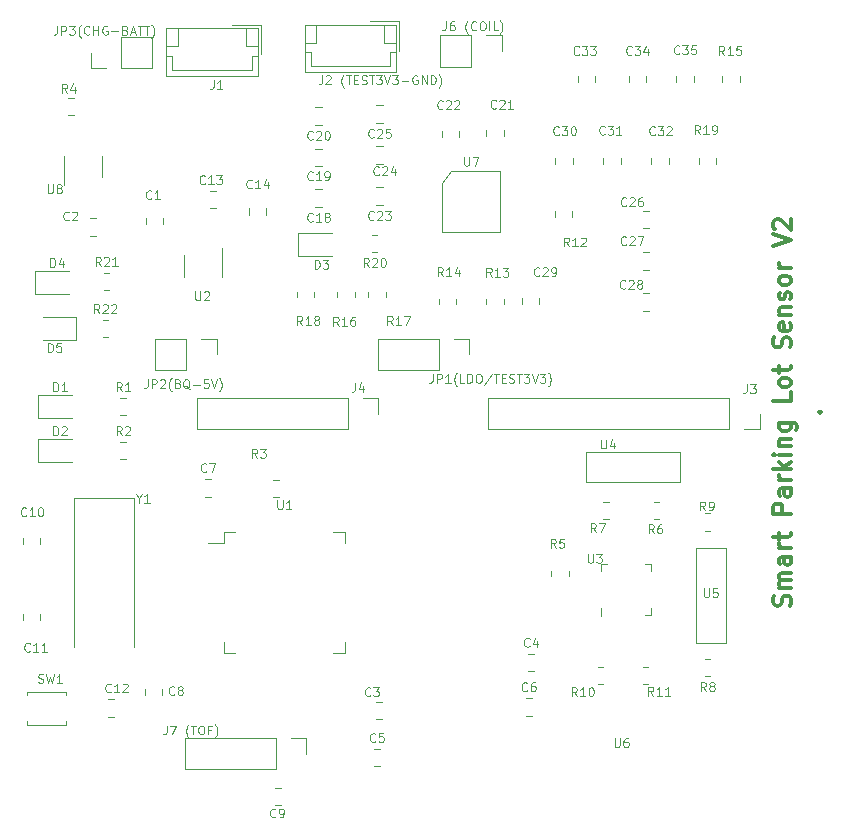
<source format=gbr>
%TF.GenerationSoftware,KiCad,Pcbnew,(5.1.8)-1*%
%TF.CreationDate,2021-02-01T14:36:09-08:00*%
%TF.ProjectId,spl_prototype,73706c5f-7072-46f7-946f-747970652e6b,rev?*%
%TF.SameCoordinates,Original*%
%TF.FileFunction,Legend,Top*%
%TF.FilePolarity,Positive*%
%FSLAX46Y46*%
G04 Gerber Fmt 4.6, Leading zero omitted, Abs format (unit mm)*
G04 Created by KiCad (PCBNEW (5.1.8)-1) date 2021-02-01 14:36:09*
%MOMM*%
%LPD*%
G01*
G04 APERTURE LIST*
%ADD10C,0.300000*%
%ADD11C,0.120000*%
%ADD12C,0.100000*%
G04 APERTURE END LIST*
D10*
X155382142Y-70367142D02*
X155453571Y-70152857D01*
X155453571Y-69795714D01*
X155382142Y-69652857D01*
X155310714Y-69581428D01*
X155167857Y-69510000D01*
X155025000Y-69510000D01*
X154882142Y-69581428D01*
X154810714Y-69652857D01*
X154739285Y-69795714D01*
X154667857Y-70081428D01*
X154596428Y-70224285D01*
X154525000Y-70295714D01*
X154382142Y-70367142D01*
X154239285Y-70367142D01*
X154096428Y-70295714D01*
X154025000Y-70224285D01*
X153953571Y-70081428D01*
X153953571Y-69724285D01*
X154025000Y-69510000D01*
X155453571Y-68867142D02*
X154453571Y-68867142D01*
X154596428Y-68867142D02*
X154525000Y-68795714D01*
X154453571Y-68652857D01*
X154453571Y-68438571D01*
X154525000Y-68295714D01*
X154667857Y-68224285D01*
X155453571Y-68224285D01*
X154667857Y-68224285D02*
X154525000Y-68152857D01*
X154453571Y-68010000D01*
X154453571Y-67795714D01*
X154525000Y-67652857D01*
X154667857Y-67581428D01*
X155453571Y-67581428D01*
X155453571Y-66224285D02*
X154667857Y-66224285D01*
X154525000Y-66295714D01*
X154453571Y-66438571D01*
X154453571Y-66724285D01*
X154525000Y-66867142D01*
X155382142Y-66224285D02*
X155453571Y-66367142D01*
X155453571Y-66724285D01*
X155382142Y-66867142D01*
X155239285Y-66938571D01*
X155096428Y-66938571D01*
X154953571Y-66867142D01*
X154882142Y-66724285D01*
X154882142Y-66367142D01*
X154810714Y-66224285D01*
X155453571Y-65510000D02*
X154453571Y-65510000D01*
X154739285Y-65510000D02*
X154596428Y-65438571D01*
X154525000Y-65367142D01*
X154453571Y-65224285D01*
X154453571Y-65081428D01*
X154453571Y-64795714D02*
X154453571Y-64224285D01*
X153953571Y-64581428D02*
X155239285Y-64581428D01*
X155382142Y-64510000D01*
X155453571Y-64367142D01*
X155453571Y-64224285D01*
X155453571Y-62581428D02*
X153953571Y-62581428D01*
X153953571Y-62010000D01*
X154025000Y-61867142D01*
X154096428Y-61795714D01*
X154239285Y-61724285D01*
X154453571Y-61724285D01*
X154596428Y-61795714D01*
X154667857Y-61867142D01*
X154739285Y-62010000D01*
X154739285Y-62581428D01*
X155453571Y-60438571D02*
X154667857Y-60438571D01*
X154525000Y-60510000D01*
X154453571Y-60652857D01*
X154453571Y-60938571D01*
X154525000Y-61081428D01*
X155382142Y-60438571D02*
X155453571Y-60581428D01*
X155453571Y-60938571D01*
X155382142Y-61081428D01*
X155239285Y-61152857D01*
X155096428Y-61152857D01*
X154953571Y-61081428D01*
X154882142Y-60938571D01*
X154882142Y-60581428D01*
X154810714Y-60438571D01*
X155453571Y-59724285D02*
X154453571Y-59724285D01*
X154739285Y-59724285D02*
X154596428Y-59652857D01*
X154525000Y-59581428D01*
X154453571Y-59438571D01*
X154453571Y-59295714D01*
X155453571Y-58795714D02*
X153953571Y-58795714D01*
X154882142Y-58652857D02*
X155453571Y-58224285D01*
X154453571Y-58224285D02*
X155025000Y-58795714D01*
X155453571Y-57581428D02*
X154453571Y-57581428D01*
X153953571Y-57581428D02*
X154025000Y-57652857D01*
X154096428Y-57581428D01*
X154025000Y-57510000D01*
X153953571Y-57581428D01*
X154096428Y-57581428D01*
X154453571Y-56867142D02*
X155453571Y-56867142D01*
X154596428Y-56867142D02*
X154525000Y-56795714D01*
X154453571Y-56652857D01*
X154453571Y-56438571D01*
X154525000Y-56295714D01*
X154667857Y-56224285D01*
X155453571Y-56224285D01*
X154453571Y-54867142D02*
X155667857Y-54867142D01*
X155810714Y-54938571D01*
X155882142Y-55010000D01*
X155953571Y-55152857D01*
X155953571Y-55367142D01*
X155882142Y-55510000D01*
X155382142Y-54867142D02*
X155453571Y-55010000D01*
X155453571Y-55295714D01*
X155382142Y-55438571D01*
X155310714Y-55510000D01*
X155167857Y-55581428D01*
X154739285Y-55581428D01*
X154596428Y-55510000D01*
X154525000Y-55438571D01*
X154453571Y-55295714D01*
X154453571Y-55010000D01*
X154525000Y-54867142D01*
X155453571Y-52295714D02*
X155453571Y-53010000D01*
X153953571Y-53010000D01*
X155453571Y-51581428D02*
X155382142Y-51724285D01*
X155310714Y-51795714D01*
X155167857Y-51867142D01*
X154739285Y-51867142D01*
X154596428Y-51795714D01*
X154525000Y-51724285D01*
X154453571Y-51581428D01*
X154453571Y-51367142D01*
X154525000Y-51224285D01*
X154596428Y-51152857D01*
X154739285Y-51081428D01*
X155167857Y-51081428D01*
X155310714Y-51152857D01*
X155382142Y-51224285D01*
X155453571Y-51367142D01*
X155453571Y-51581428D01*
X154453571Y-50652857D02*
X154453571Y-50081428D01*
X153953571Y-50438571D02*
X155239285Y-50438571D01*
X155382142Y-50367142D01*
X155453571Y-50224285D01*
X155453571Y-50081428D01*
X155382142Y-48510000D02*
X155453571Y-48295714D01*
X155453571Y-47938571D01*
X155382142Y-47795714D01*
X155310714Y-47724285D01*
X155167857Y-47652857D01*
X155025000Y-47652857D01*
X154882142Y-47724285D01*
X154810714Y-47795714D01*
X154739285Y-47938571D01*
X154667857Y-48224285D01*
X154596428Y-48367142D01*
X154525000Y-48438571D01*
X154382142Y-48510000D01*
X154239285Y-48510000D01*
X154096428Y-48438571D01*
X154025000Y-48367142D01*
X153953571Y-48224285D01*
X153953571Y-47867142D01*
X154025000Y-47652857D01*
X155382142Y-46438571D02*
X155453571Y-46581428D01*
X155453571Y-46867142D01*
X155382142Y-47010000D01*
X155239285Y-47081428D01*
X154667857Y-47081428D01*
X154525000Y-47010000D01*
X154453571Y-46867142D01*
X154453571Y-46581428D01*
X154525000Y-46438571D01*
X154667857Y-46367142D01*
X154810714Y-46367142D01*
X154953571Y-47081428D01*
X154453571Y-45724285D02*
X155453571Y-45724285D01*
X154596428Y-45724285D02*
X154525000Y-45652857D01*
X154453571Y-45510000D01*
X154453571Y-45295714D01*
X154525000Y-45152857D01*
X154667857Y-45081428D01*
X155453571Y-45081428D01*
X155382142Y-44438571D02*
X155453571Y-44295714D01*
X155453571Y-44010000D01*
X155382142Y-43867142D01*
X155239285Y-43795714D01*
X155167857Y-43795714D01*
X155025000Y-43867142D01*
X154953571Y-44010000D01*
X154953571Y-44224285D01*
X154882142Y-44367142D01*
X154739285Y-44438571D01*
X154667857Y-44438571D01*
X154525000Y-44367142D01*
X154453571Y-44224285D01*
X154453571Y-44010000D01*
X154525000Y-43867142D01*
X155453571Y-42938571D02*
X155382142Y-43081428D01*
X155310714Y-43152857D01*
X155167857Y-43224285D01*
X154739285Y-43224285D01*
X154596428Y-43152857D01*
X154525000Y-43081428D01*
X154453571Y-42938571D01*
X154453571Y-42724285D01*
X154525000Y-42581428D01*
X154596428Y-42510000D01*
X154739285Y-42438571D01*
X155167857Y-42438571D01*
X155310714Y-42510000D01*
X155382142Y-42581428D01*
X155453571Y-42724285D01*
X155453571Y-42938571D01*
X155453571Y-41795714D02*
X154453571Y-41795714D01*
X154739285Y-41795714D02*
X154596428Y-41724285D01*
X154525000Y-41652857D01*
X154453571Y-41510000D01*
X154453571Y-41367142D01*
X153953571Y-39938571D02*
X155453571Y-39438571D01*
X153953571Y-38938571D01*
X154096428Y-38510000D02*
X154025000Y-38438571D01*
X153953571Y-38295714D01*
X153953571Y-37938571D01*
X154025000Y-37795714D01*
X154096428Y-37724285D01*
X154239285Y-37652857D01*
X154382142Y-37652857D01*
X154596428Y-37724285D01*
X155453571Y-38581428D01*
X155453571Y-37652857D01*
X157860714Y-54010000D02*
X157932142Y-53938571D01*
X158003571Y-54010000D01*
X157932142Y-54081428D01*
X157860714Y-54010000D01*
X158003571Y-54010000D01*
D11*
%TO.C,JP3(CHG-BATT)*%
X96180000Y-24870000D02*
X96180000Y-23540000D01*
X97510000Y-24870000D02*
X96180000Y-24870000D01*
X98780000Y-24870000D02*
X98780000Y-22210000D01*
X98780000Y-22210000D02*
X101380000Y-22210000D01*
X98780000Y-24870000D02*
X101380000Y-24870000D01*
X101380000Y-24870000D02*
X101380000Y-22210000D01*
%TO.C,U8*%
X93890000Y-32300000D02*
X93890000Y-34750000D01*
X97110000Y-34100000D02*
X97110000Y-32300000D01*
%TO.C,R22*%
X97172936Y-47635000D02*
X97627064Y-47635000D01*
X97172936Y-46165000D02*
X97627064Y-46165000D01*
%TO.C,R21*%
X97272936Y-43635000D02*
X97727064Y-43635000D01*
X97272936Y-42165000D02*
X97727064Y-42165000D01*
%TO.C,R4*%
X94727064Y-27365000D02*
X94272936Y-27365000D01*
X94727064Y-28835000D02*
X94272936Y-28835000D01*
%TO.C,JP2(BQ-5V)*%
X106830000Y-47770000D02*
X106830000Y-49100000D01*
X105500000Y-47770000D02*
X106830000Y-47770000D01*
X104230000Y-47770000D02*
X104230000Y-50430000D01*
X104230000Y-50430000D02*
X101630000Y-50430000D01*
X104230000Y-47770000D02*
X101630000Y-47770000D01*
X101630000Y-47770000D02*
X101630000Y-50430000D01*
%TO.C,D5*%
X94960000Y-45940000D02*
X92100000Y-45940000D01*
X94960000Y-47860000D02*
X94960000Y-45940000D01*
X92100000Y-47860000D02*
X94960000Y-47860000D01*
%TO.C,D4*%
X91440000Y-43960000D02*
X94300000Y-43960000D01*
X91440000Y-42040000D02*
X91440000Y-43960000D01*
X94300000Y-42040000D02*
X91440000Y-42040000D01*
%TO.C,C14*%
X111035000Y-37261252D02*
X111035000Y-36738748D01*
X109565000Y-37261252D02*
X109565000Y-36738748D01*
%TO.C,C13*%
X106238748Y-36735000D02*
X106761252Y-36735000D01*
X106238748Y-35265000D02*
X106761252Y-35265000D01*
%TO.C,C2*%
X96661252Y-37565000D02*
X96138748Y-37565000D01*
X96661252Y-39035000D02*
X96138748Y-39035000D01*
%TO.C,C1*%
X102335000Y-38061252D02*
X102335000Y-37538748D01*
X100865000Y-38061252D02*
X100865000Y-37538748D01*
%TO.C,U2*%
X107310000Y-42500000D02*
X107310000Y-40050000D01*
X104090000Y-40700000D02*
X104090000Y-42500000D01*
%TO.C,U5*%
X149970000Y-65500000D02*
X147430000Y-65500000D01*
X149970000Y-65500000D02*
X149970000Y-73500000D01*
X149970000Y-73500000D02*
X147430000Y-73500000D01*
X147430000Y-73500000D02*
X147430000Y-65500000D01*
%TO.C,U4*%
X146100000Y-59870000D02*
X146100000Y-57330000D01*
X146100000Y-59870000D02*
X138100000Y-59870000D01*
X138100000Y-59870000D02*
X138100000Y-57330000D01*
X138100000Y-57330000D02*
X146100000Y-57330000D01*
%TO.C,J6 (COIL)*%
X130980000Y-22070000D02*
X130980000Y-23400000D01*
X129650000Y-22070000D02*
X130980000Y-22070000D01*
X128380000Y-22070000D02*
X128380000Y-24730000D01*
X128380000Y-24730000D02*
X125780000Y-24730000D01*
X128380000Y-22070000D02*
X125780000Y-22070000D01*
X125780000Y-22070000D02*
X125780000Y-24730000D01*
%TO.C,U7*%
X125910000Y-38750000D02*
X125910000Y-34580000D01*
X130810000Y-38750000D02*
X125910000Y-38750000D01*
X130810000Y-33550000D02*
X130810000Y-38750000D01*
X126710000Y-33550000D02*
X130810000Y-33550000D01*
X125910000Y-34580000D02*
X126710000Y-33550000D01*
%TO.C,U3*%
X139350000Y-67400000D02*
X139350000Y-66850000D01*
X139350000Y-66850000D02*
X139900000Y-66850000D01*
X143650000Y-67400000D02*
X143650000Y-66850000D01*
X143650000Y-66850000D02*
X143100000Y-66850000D01*
X143650000Y-70600000D02*
X143650000Y-71150000D01*
X143650000Y-71150000D02*
X143100000Y-71150000D01*
X139350000Y-70600000D02*
X139350000Y-71225000D01*
%TO.C,SW1*%
X94040000Y-77640000D02*
X94040000Y-77940000D01*
X90740000Y-77640000D02*
X94040000Y-77640000D01*
X90740000Y-77940000D02*
X90740000Y-77640000D01*
X94040000Y-80440000D02*
X94040000Y-80140000D01*
X90740000Y-80440000D02*
X94040000Y-80440000D01*
X90740000Y-80140000D02*
X90740000Y-80440000D01*
%TO.C,Y1*%
X94770000Y-61290000D02*
X94770000Y-73890000D01*
X99870000Y-61290000D02*
X94770000Y-61290000D01*
X99870000Y-73890000D02*
X99870000Y-61290000D01*
%TO.C,U1*%
X107450000Y-65100000D02*
X106110000Y-65100000D01*
X107450000Y-64150000D02*
X107450000Y-65100000D01*
X108400000Y-64150000D02*
X107450000Y-64150000D01*
X117670000Y-64150000D02*
X117670000Y-65100000D01*
X116720000Y-64150000D02*
X117670000Y-64150000D01*
X107450000Y-74370000D02*
X107450000Y-73420000D01*
X108400000Y-74370000D02*
X107450000Y-74370000D01*
X117670000Y-74370000D02*
X117670000Y-73420000D01*
X116720000Y-74370000D02*
X117670000Y-74370000D01*
%TO.C,R20*%
X120427064Y-38965000D02*
X119972936Y-38965000D01*
X120427064Y-40435000D02*
X119972936Y-40435000D01*
%TO.C,R19*%
X147675000Y-32492936D02*
X147675000Y-32947064D01*
X149145000Y-32492936D02*
X149145000Y-32947064D01*
%TO.C,R18*%
X115085000Y-44277064D02*
X115085000Y-43822936D01*
X113615000Y-44277064D02*
X113615000Y-43822936D01*
%TO.C,R17*%
X119665000Y-43822936D02*
X119665000Y-44277064D01*
X121135000Y-43822936D02*
X121135000Y-44277064D01*
%TO.C,R16*%
X118535000Y-44277064D02*
X118535000Y-43822936D01*
X117065000Y-44277064D02*
X117065000Y-43822936D01*
%TO.C,R15*%
X151135000Y-25997064D02*
X151135000Y-25542936D01*
X149665000Y-25997064D02*
X149665000Y-25542936D01*
%TO.C,R14*%
X125665000Y-44372936D02*
X125665000Y-44827064D01*
X127135000Y-44372936D02*
X127135000Y-44827064D01*
%TO.C,R13*%
X131135000Y-44827064D02*
X131135000Y-44372936D01*
X129665000Y-44827064D02*
X129665000Y-44372936D01*
%TO.C,R12*%
X135465000Y-36972936D02*
X135465000Y-37427064D01*
X136935000Y-36972936D02*
X136935000Y-37427064D01*
%TO.C,R11*%
X142922936Y-77035000D02*
X143377064Y-77035000D01*
X142922936Y-75565000D02*
X143377064Y-75565000D01*
%TO.C,R10*%
X139577064Y-75565000D02*
X139122936Y-75565000D01*
X139577064Y-77035000D02*
X139122936Y-77035000D01*
%TO.C,R9*%
X148627064Y-62565000D02*
X148172936Y-62565000D01*
X148627064Y-64035000D02*
X148172936Y-64035000D01*
%TO.C,R8*%
X148627064Y-74865000D02*
X148172936Y-74865000D01*
X148627064Y-76335000D02*
X148172936Y-76335000D01*
%TO.C,R7*%
X140027064Y-61565000D02*
X139572936Y-61565000D01*
X140027064Y-63035000D02*
X139572936Y-63035000D01*
%TO.C,R6*%
X143872936Y-63035000D02*
X144327064Y-63035000D01*
X143872936Y-61565000D02*
X144327064Y-61565000D01*
%TO.C,R5*%
X136635000Y-67877064D02*
X136635000Y-67422936D01*
X135165000Y-67877064D02*
X135165000Y-67422936D01*
%TO.C,R3*%
X111622936Y-61185000D02*
X112077064Y-61185000D01*
X111622936Y-59715000D02*
X112077064Y-59715000D01*
%TO.C,R2*%
X98692936Y-57975000D02*
X99147064Y-57975000D01*
X98692936Y-56505000D02*
X99147064Y-56505000D01*
%TO.C,R1*%
X98692936Y-54255000D02*
X99147064Y-54255000D01*
X98692936Y-52785000D02*
X99147064Y-52785000D01*
%TO.C,JP1(LDO/TEST3V3)*%
X128230000Y-47770000D02*
X128230000Y-49100000D01*
X126900000Y-47770000D02*
X128230000Y-47770000D01*
X125630000Y-47770000D02*
X125630000Y-50430000D01*
X125630000Y-50430000D02*
X120490000Y-50430000D01*
X125630000Y-47770000D02*
X120490000Y-47770000D01*
X120490000Y-47770000D02*
X120490000Y-50430000D01*
%TO.C,J7 (TOF)*%
X114430000Y-81570000D02*
X114430000Y-82900000D01*
X113100000Y-81570000D02*
X114430000Y-81570000D01*
X111830000Y-81570000D02*
X111830000Y-84230000D01*
X111830000Y-84230000D02*
X104150000Y-84230000D01*
X111830000Y-81570000D02*
X104150000Y-81570000D01*
X104150000Y-81570000D02*
X104150000Y-84230000D01*
%TO.C,J4*%
X120530000Y-52770000D02*
X120530000Y-54100000D01*
X119200000Y-52770000D02*
X120530000Y-52770000D01*
X117930000Y-52770000D02*
X117930000Y-55430000D01*
X117930000Y-55430000D02*
X105170000Y-55430000D01*
X117930000Y-52770000D02*
X105170000Y-52770000D01*
X105170000Y-52770000D02*
X105170000Y-55430000D01*
%TO.C,J3*%
X152830000Y-54100000D02*
X152830000Y-55430000D01*
X152830000Y-55430000D02*
X151500000Y-55430000D01*
X150230000Y-55430000D02*
X129850000Y-55430000D01*
X129850000Y-52770000D02*
X129850000Y-55430000D01*
X150230000Y-52770000D02*
X129850000Y-52770000D01*
X150230000Y-52770000D02*
X150230000Y-55430000D01*
%TO.C,J2 (TEST3V3-GND)*%
X122310000Y-20890000D02*
X119810000Y-20890000D01*
X122310000Y-23390000D02*
X122310000Y-20890000D01*
X115290000Y-22690000D02*
X115290000Y-21190000D01*
X114290000Y-22690000D02*
X115290000Y-22690000D01*
X121010000Y-22690000D02*
X121010000Y-21190000D01*
X122010000Y-22690000D02*
X121010000Y-22690000D01*
X114790000Y-23500000D02*
X114290000Y-23500000D01*
X114790000Y-24710000D02*
X114790000Y-23500000D01*
X121510000Y-24710000D02*
X114790000Y-24710000D01*
X121510000Y-23500000D02*
X121510000Y-24710000D01*
X122010000Y-23500000D02*
X121510000Y-23500000D01*
X114290000Y-25210000D02*
X122010000Y-25210000D01*
X114290000Y-21190000D02*
X114290000Y-25210000D01*
X122010000Y-21190000D02*
X114290000Y-21190000D01*
X122010000Y-25210000D02*
X122010000Y-21190000D01*
%TO.C,J1*%
X110610000Y-21190000D02*
X108110000Y-21190000D01*
X110610000Y-23690000D02*
X110610000Y-21190000D01*
X103590000Y-22990000D02*
X103590000Y-21490000D01*
X102590000Y-22990000D02*
X103590000Y-22990000D01*
X109310000Y-22990000D02*
X109310000Y-21490000D01*
X110310000Y-22990000D02*
X109310000Y-22990000D01*
X103090000Y-23800000D02*
X102590000Y-23800000D01*
X103090000Y-25010000D02*
X103090000Y-23800000D01*
X109810000Y-25010000D02*
X103090000Y-25010000D01*
X109810000Y-23800000D02*
X109810000Y-25010000D01*
X110310000Y-23800000D02*
X109810000Y-23800000D01*
X102590000Y-25510000D02*
X110310000Y-25510000D01*
X102590000Y-21490000D02*
X102590000Y-25510000D01*
X110310000Y-21490000D02*
X102590000Y-21490000D01*
X110310000Y-25510000D02*
X110310000Y-21490000D01*
%TO.C,D3*%
X113740000Y-40760000D02*
X116600000Y-40760000D01*
X113740000Y-38840000D02*
X113740000Y-40760000D01*
X116600000Y-38840000D02*
X113740000Y-38840000D01*
%TO.C,D2*%
X91710000Y-58200000D02*
X94570000Y-58200000D01*
X91710000Y-56280000D02*
X91710000Y-58200000D01*
X94570000Y-56280000D02*
X91710000Y-56280000D01*
%TO.C,D1*%
X91710000Y-54480000D02*
X94570000Y-54480000D01*
X91710000Y-52560000D02*
X91710000Y-54480000D01*
X94570000Y-52560000D02*
X91710000Y-52560000D01*
%TO.C,C35*%
X145765000Y-25538748D02*
X145765000Y-26061252D01*
X147235000Y-25538748D02*
X147235000Y-26061252D01*
%TO.C,C34*%
X141715000Y-25538748D02*
X141715000Y-26061252D01*
X143185000Y-25538748D02*
X143185000Y-26061252D01*
%TO.C,C33*%
X137415000Y-25538748D02*
X137415000Y-26061252D01*
X138885000Y-25538748D02*
X138885000Y-26061252D01*
%TO.C,C32*%
X145111666Y-33011252D02*
X145111666Y-32488748D01*
X143641666Y-33011252D02*
X143641666Y-32488748D01*
%TO.C,C31*%
X141048333Y-33001252D02*
X141048333Y-32478748D01*
X139578333Y-33001252D02*
X139578333Y-32478748D01*
%TO.C,C30*%
X136985000Y-32991252D02*
X136985000Y-32468748D01*
X135515000Y-32991252D02*
X135515000Y-32468748D01*
%TO.C,C29*%
X132665000Y-44338748D02*
X132665000Y-44861252D01*
X134135000Y-44338748D02*
X134135000Y-44861252D01*
%TO.C,C28*%
X142908748Y-45385000D02*
X143431252Y-45385000D01*
X142908748Y-43915000D02*
X143431252Y-43915000D01*
%TO.C,C27*%
X142908748Y-41907000D02*
X143431252Y-41907000D01*
X142908748Y-40437000D02*
X143431252Y-40437000D01*
%TO.C,C26*%
X142908748Y-38429000D02*
X143431252Y-38429000D01*
X142908748Y-36959000D02*
X143431252Y-36959000D01*
%TO.C,C25*%
X120891252Y-27999000D02*
X120368748Y-27999000D01*
X120891252Y-29469000D02*
X120368748Y-29469000D01*
%TO.C,C24*%
X120891252Y-31477000D02*
X120368748Y-31477000D01*
X120891252Y-32947000D02*
X120368748Y-32947000D01*
%TO.C,C23*%
X120891252Y-34955000D02*
X120368748Y-34955000D01*
X120891252Y-36425000D02*
X120368748Y-36425000D01*
%TO.C,C22*%
X127385000Y-30661252D02*
X127385000Y-30138748D01*
X125915000Y-30661252D02*
X125915000Y-30138748D01*
%TO.C,C21*%
X131135000Y-30631252D02*
X131135000Y-30108748D01*
X129665000Y-30631252D02*
X129665000Y-30108748D01*
%TO.C,C20*%
X115723752Y-28165000D02*
X115201248Y-28165000D01*
X115723752Y-29635000D02*
X115201248Y-29635000D01*
%TO.C,C19*%
X115723752Y-31665000D02*
X115201248Y-31665000D01*
X115723752Y-33135000D02*
X115201248Y-33135000D01*
%TO.C,C18*%
X115723752Y-35105000D02*
X115201248Y-35105000D01*
X115723752Y-36575000D02*
X115201248Y-36575000D01*
%TO.C,C12*%
X97628748Y-79775000D02*
X98151252Y-79775000D01*
X97628748Y-78305000D02*
X98151252Y-78305000D01*
%TO.C,C11*%
X91885000Y-71611252D02*
X91885000Y-71088748D01*
X90415000Y-71611252D02*
X90415000Y-71088748D01*
%TO.C,C10*%
X90415000Y-64651248D02*
X90415000Y-65173752D01*
X91885000Y-64651248D02*
X91885000Y-65173752D01*
%TO.C,C9*%
X112261252Y-85765000D02*
X111738748Y-85765000D01*
X112261252Y-87235000D02*
X111738748Y-87235000D01*
%TO.C,C8*%
X100765000Y-77388748D02*
X100765000Y-77911252D01*
X102235000Y-77388748D02*
X102235000Y-77911252D01*
%TO.C,C7*%
X105838748Y-61135000D02*
X106361252Y-61135000D01*
X105838748Y-59665000D02*
X106361252Y-59665000D01*
%TO.C,C6*%
X132988748Y-79685000D02*
X133511252Y-79685000D01*
X132988748Y-78215000D02*
X133511252Y-78215000D01*
%TO.C,C5*%
X120138748Y-83985000D02*
X120661252Y-83985000D01*
X120138748Y-82515000D02*
X120661252Y-82515000D01*
%TO.C,C4*%
X133188748Y-75935000D02*
X133711252Y-75935000D01*
X133188748Y-74465000D02*
X133711252Y-74465000D01*
%TO.C,C3*%
X120288748Y-79985000D02*
X120811252Y-79985000D01*
X120288748Y-78515000D02*
X120811252Y-78515000D01*
%TO.C,JP3(CHG-BATT)*%
D12*
X93320000Y-21279285D02*
X93320000Y-21815000D01*
X93284285Y-21922142D01*
X93212857Y-21993571D01*
X93105714Y-22029285D01*
X93034285Y-22029285D01*
X93677142Y-22029285D02*
X93677142Y-21279285D01*
X93962857Y-21279285D01*
X94034285Y-21315000D01*
X94070000Y-21350714D01*
X94105714Y-21422142D01*
X94105714Y-21529285D01*
X94070000Y-21600714D01*
X94034285Y-21636428D01*
X93962857Y-21672142D01*
X93677142Y-21672142D01*
X94355714Y-21279285D02*
X94820000Y-21279285D01*
X94570000Y-21565000D01*
X94677142Y-21565000D01*
X94748571Y-21600714D01*
X94784285Y-21636428D01*
X94820000Y-21707857D01*
X94820000Y-21886428D01*
X94784285Y-21957857D01*
X94748571Y-21993571D01*
X94677142Y-22029285D01*
X94462857Y-22029285D01*
X94391428Y-21993571D01*
X94355714Y-21957857D01*
X95355714Y-22315000D02*
X95320000Y-22279285D01*
X95248571Y-22172142D01*
X95212857Y-22100714D01*
X95177142Y-21993571D01*
X95141428Y-21815000D01*
X95141428Y-21672142D01*
X95177142Y-21493571D01*
X95212857Y-21386428D01*
X95248571Y-21315000D01*
X95320000Y-21207857D01*
X95355714Y-21172142D01*
X96070000Y-21957857D02*
X96034285Y-21993571D01*
X95927142Y-22029285D01*
X95855714Y-22029285D01*
X95748571Y-21993571D01*
X95677142Y-21922142D01*
X95641428Y-21850714D01*
X95605714Y-21707857D01*
X95605714Y-21600714D01*
X95641428Y-21457857D01*
X95677142Y-21386428D01*
X95748571Y-21315000D01*
X95855714Y-21279285D01*
X95927142Y-21279285D01*
X96034285Y-21315000D01*
X96070000Y-21350714D01*
X96391428Y-22029285D02*
X96391428Y-21279285D01*
X96391428Y-21636428D02*
X96820000Y-21636428D01*
X96820000Y-22029285D02*
X96820000Y-21279285D01*
X97570000Y-21315000D02*
X97498571Y-21279285D01*
X97391428Y-21279285D01*
X97284285Y-21315000D01*
X97212857Y-21386428D01*
X97177142Y-21457857D01*
X97141428Y-21600714D01*
X97141428Y-21707857D01*
X97177142Y-21850714D01*
X97212857Y-21922142D01*
X97284285Y-21993571D01*
X97391428Y-22029285D01*
X97462857Y-22029285D01*
X97570000Y-21993571D01*
X97605714Y-21957857D01*
X97605714Y-21707857D01*
X97462857Y-21707857D01*
X97927142Y-21743571D02*
X98498571Y-21743571D01*
X99105714Y-21636428D02*
X99212857Y-21672142D01*
X99248571Y-21707857D01*
X99284285Y-21779285D01*
X99284285Y-21886428D01*
X99248571Y-21957857D01*
X99212857Y-21993571D01*
X99141428Y-22029285D01*
X98855714Y-22029285D01*
X98855714Y-21279285D01*
X99105714Y-21279285D01*
X99177142Y-21315000D01*
X99212857Y-21350714D01*
X99248571Y-21422142D01*
X99248571Y-21493571D01*
X99212857Y-21565000D01*
X99177142Y-21600714D01*
X99105714Y-21636428D01*
X98855714Y-21636428D01*
X99570000Y-21815000D02*
X99927142Y-21815000D01*
X99498571Y-22029285D02*
X99748571Y-21279285D01*
X99998571Y-22029285D01*
X100141428Y-21279285D02*
X100570000Y-21279285D01*
X100355714Y-22029285D02*
X100355714Y-21279285D01*
X100712857Y-21279285D02*
X101141428Y-21279285D01*
X100927142Y-22029285D02*
X100927142Y-21279285D01*
X101320000Y-22315000D02*
X101355714Y-22279285D01*
X101427142Y-22172142D01*
X101462857Y-22100714D01*
X101498571Y-21993571D01*
X101534285Y-21815000D01*
X101534285Y-21672142D01*
X101498571Y-21493571D01*
X101462857Y-21386428D01*
X101427142Y-21315000D01*
X101355714Y-21207857D01*
X101320000Y-21172142D01*
%TO.C,U8*%
X92528571Y-34699285D02*
X92528571Y-35306428D01*
X92564285Y-35377857D01*
X92600000Y-35413571D01*
X92671428Y-35449285D01*
X92814285Y-35449285D01*
X92885714Y-35413571D01*
X92921428Y-35377857D01*
X92957142Y-35306428D01*
X92957142Y-34699285D01*
X93421428Y-35020714D02*
X93350000Y-34985000D01*
X93314285Y-34949285D01*
X93278571Y-34877857D01*
X93278571Y-34842142D01*
X93314285Y-34770714D01*
X93350000Y-34735000D01*
X93421428Y-34699285D01*
X93564285Y-34699285D01*
X93635714Y-34735000D01*
X93671428Y-34770714D01*
X93707142Y-34842142D01*
X93707142Y-34877857D01*
X93671428Y-34949285D01*
X93635714Y-34985000D01*
X93564285Y-35020714D01*
X93421428Y-35020714D01*
X93350000Y-35056428D01*
X93314285Y-35092142D01*
X93278571Y-35163571D01*
X93278571Y-35306428D01*
X93314285Y-35377857D01*
X93350000Y-35413571D01*
X93421428Y-35449285D01*
X93564285Y-35449285D01*
X93635714Y-35413571D01*
X93671428Y-35377857D01*
X93707142Y-35306428D01*
X93707142Y-35163571D01*
X93671428Y-35092142D01*
X93635714Y-35056428D01*
X93564285Y-35020714D01*
%TO.C,R22*%
X96917857Y-45589285D02*
X96667857Y-45232142D01*
X96489285Y-45589285D02*
X96489285Y-44839285D01*
X96775000Y-44839285D01*
X96846428Y-44875000D01*
X96882142Y-44910714D01*
X96917857Y-44982142D01*
X96917857Y-45089285D01*
X96882142Y-45160714D01*
X96846428Y-45196428D01*
X96775000Y-45232142D01*
X96489285Y-45232142D01*
X97203571Y-44910714D02*
X97239285Y-44875000D01*
X97310714Y-44839285D01*
X97489285Y-44839285D01*
X97560714Y-44875000D01*
X97596428Y-44910714D01*
X97632142Y-44982142D01*
X97632142Y-45053571D01*
X97596428Y-45160714D01*
X97167857Y-45589285D01*
X97632142Y-45589285D01*
X97917857Y-44910714D02*
X97953571Y-44875000D01*
X98025000Y-44839285D01*
X98203571Y-44839285D01*
X98275000Y-44875000D01*
X98310714Y-44910714D01*
X98346428Y-44982142D01*
X98346428Y-45053571D01*
X98310714Y-45160714D01*
X97882142Y-45589285D01*
X98346428Y-45589285D01*
%TO.C,R21*%
X97017857Y-41589285D02*
X96767857Y-41232142D01*
X96589285Y-41589285D02*
X96589285Y-40839285D01*
X96875000Y-40839285D01*
X96946428Y-40875000D01*
X96982142Y-40910714D01*
X97017857Y-40982142D01*
X97017857Y-41089285D01*
X96982142Y-41160714D01*
X96946428Y-41196428D01*
X96875000Y-41232142D01*
X96589285Y-41232142D01*
X97303571Y-40910714D02*
X97339285Y-40875000D01*
X97410714Y-40839285D01*
X97589285Y-40839285D01*
X97660714Y-40875000D01*
X97696428Y-40910714D01*
X97732142Y-40982142D01*
X97732142Y-41053571D01*
X97696428Y-41160714D01*
X97267857Y-41589285D01*
X97732142Y-41589285D01*
X98446428Y-41589285D02*
X98017857Y-41589285D01*
X98232142Y-41589285D02*
X98232142Y-40839285D01*
X98160714Y-40946428D01*
X98089285Y-41017857D01*
X98017857Y-41053571D01*
%TO.C,R4*%
X94175000Y-26939285D02*
X93925000Y-26582142D01*
X93746428Y-26939285D02*
X93746428Y-26189285D01*
X94032142Y-26189285D01*
X94103571Y-26225000D01*
X94139285Y-26260714D01*
X94175000Y-26332142D01*
X94175000Y-26439285D01*
X94139285Y-26510714D01*
X94103571Y-26546428D01*
X94032142Y-26582142D01*
X93746428Y-26582142D01*
X94817857Y-26439285D02*
X94817857Y-26939285D01*
X94639285Y-26153571D02*
X94460714Y-26689285D01*
X94925000Y-26689285D01*
%TO.C,JP2(BQ-5V)*%
X100984285Y-51199285D02*
X100984285Y-51735000D01*
X100948571Y-51842142D01*
X100877142Y-51913571D01*
X100770000Y-51949285D01*
X100698571Y-51949285D01*
X101341428Y-51949285D02*
X101341428Y-51199285D01*
X101627142Y-51199285D01*
X101698571Y-51235000D01*
X101734285Y-51270714D01*
X101770000Y-51342142D01*
X101770000Y-51449285D01*
X101734285Y-51520714D01*
X101698571Y-51556428D01*
X101627142Y-51592142D01*
X101341428Y-51592142D01*
X102055714Y-51270714D02*
X102091428Y-51235000D01*
X102162857Y-51199285D01*
X102341428Y-51199285D01*
X102412857Y-51235000D01*
X102448571Y-51270714D01*
X102484285Y-51342142D01*
X102484285Y-51413571D01*
X102448571Y-51520714D01*
X102020000Y-51949285D01*
X102484285Y-51949285D01*
X103020000Y-52235000D02*
X102984285Y-52199285D01*
X102912857Y-52092142D01*
X102877142Y-52020714D01*
X102841428Y-51913571D01*
X102805714Y-51735000D01*
X102805714Y-51592142D01*
X102841428Y-51413571D01*
X102877142Y-51306428D01*
X102912857Y-51235000D01*
X102984285Y-51127857D01*
X103020000Y-51092142D01*
X103555714Y-51556428D02*
X103662857Y-51592142D01*
X103698571Y-51627857D01*
X103734285Y-51699285D01*
X103734285Y-51806428D01*
X103698571Y-51877857D01*
X103662857Y-51913571D01*
X103591428Y-51949285D01*
X103305714Y-51949285D01*
X103305714Y-51199285D01*
X103555714Y-51199285D01*
X103627142Y-51235000D01*
X103662857Y-51270714D01*
X103698571Y-51342142D01*
X103698571Y-51413571D01*
X103662857Y-51485000D01*
X103627142Y-51520714D01*
X103555714Y-51556428D01*
X103305714Y-51556428D01*
X104555714Y-52020714D02*
X104484285Y-51985000D01*
X104412857Y-51913571D01*
X104305714Y-51806428D01*
X104234285Y-51770714D01*
X104162857Y-51770714D01*
X104198571Y-51949285D02*
X104127142Y-51913571D01*
X104055714Y-51842142D01*
X104020000Y-51699285D01*
X104020000Y-51449285D01*
X104055714Y-51306428D01*
X104127142Y-51235000D01*
X104198571Y-51199285D01*
X104341428Y-51199285D01*
X104412857Y-51235000D01*
X104484285Y-51306428D01*
X104520000Y-51449285D01*
X104520000Y-51699285D01*
X104484285Y-51842142D01*
X104412857Y-51913571D01*
X104341428Y-51949285D01*
X104198571Y-51949285D01*
X104841428Y-51663571D02*
X105412857Y-51663571D01*
X106127142Y-51199285D02*
X105770000Y-51199285D01*
X105734285Y-51556428D01*
X105770000Y-51520714D01*
X105841428Y-51485000D01*
X106020000Y-51485000D01*
X106091428Y-51520714D01*
X106127142Y-51556428D01*
X106162857Y-51627857D01*
X106162857Y-51806428D01*
X106127142Y-51877857D01*
X106091428Y-51913571D01*
X106020000Y-51949285D01*
X105841428Y-51949285D01*
X105770000Y-51913571D01*
X105734285Y-51877857D01*
X106377142Y-51199285D02*
X106627142Y-51949285D01*
X106877142Y-51199285D01*
X107055714Y-52235000D02*
X107091428Y-52199285D01*
X107162857Y-52092142D01*
X107198571Y-52020714D01*
X107234285Y-51913571D01*
X107270000Y-51735000D01*
X107270000Y-51592142D01*
X107234285Y-51413571D01*
X107198571Y-51306428D01*
X107162857Y-51235000D01*
X107091428Y-51127857D01*
X107055714Y-51092142D01*
%TO.C,D5*%
X92546428Y-48889285D02*
X92546428Y-48139285D01*
X92725000Y-48139285D01*
X92832142Y-48175000D01*
X92903571Y-48246428D01*
X92939285Y-48317857D01*
X92975000Y-48460714D01*
X92975000Y-48567857D01*
X92939285Y-48710714D01*
X92903571Y-48782142D01*
X92832142Y-48853571D01*
X92725000Y-48889285D01*
X92546428Y-48889285D01*
X93653571Y-48139285D02*
X93296428Y-48139285D01*
X93260714Y-48496428D01*
X93296428Y-48460714D01*
X93367857Y-48425000D01*
X93546428Y-48425000D01*
X93617857Y-48460714D01*
X93653571Y-48496428D01*
X93689285Y-48567857D01*
X93689285Y-48746428D01*
X93653571Y-48817857D01*
X93617857Y-48853571D01*
X93546428Y-48889285D01*
X93367857Y-48889285D01*
X93296428Y-48853571D01*
X93260714Y-48817857D01*
%TO.C,D4*%
X92746428Y-41689285D02*
X92746428Y-40939285D01*
X92925000Y-40939285D01*
X93032142Y-40975000D01*
X93103571Y-41046428D01*
X93139285Y-41117857D01*
X93175000Y-41260714D01*
X93175000Y-41367857D01*
X93139285Y-41510714D01*
X93103571Y-41582142D01*
X93032142Y-41653571D01*
X92925000Y-41689285D01*
X92746428Y-41689285D01*
X93817857Y-41189285D02*
X93817857Y-41689285D01*
X93639285Y-40903571D02*
X93460714Y-41439285D01*
X93925000Y-41439285D01*
%TO.C,C14*%
X109817857Y-34967857D02*
X109782142Y-35003571D01*
X109675000Y-35039285D01*
X109603571Y-35039285D01*
X109496428Y-35003571D01*
X109425000Y-34932142D01*
X109389285Y-34860714D01*
X109353571Y-34717857D01*
X109353571Y-34610714D01*
X109389285Y-34467857D01*
X109425000Y-34396428D01*
X109496428Y-34325000D01*
X109603571Y-34289285D01*
X109675000Y-34289285D01*
X109782142Y-34325000D01*
X109817857Y-34360714D01*
X110532142Y-35039285D02*
X110103571Y-35039285D01*
X110317857Y-35039285D02*
X110317857Y-34289285D01*
X110246428Y-34396428D01*
X110175000Y-34467857D01*
X110103571Y-34503571D01*
X111175000Y-34539285D02*
X111175000Y-35039285D01*
X110996428Y-34253571D02*
X110817857Y-34789285D01*
X111282142Y-34789285D01*
%TO.C,C13*%
X105857857Y-34597857D02*
X105822142Y-34633571D01*
X105715000Y-34669285D01*
X105643571Y-34669285D01*
X105536428Y-34633571D01*
X105465000Y-34562142D01*
X105429285Y-34490714D01*
X105393571Y-34347857D01*
X105393571Y-34240714D01*
X105429285Y-34097857D01*
X105465000Y-34026428D01*
X105536428Y-33955000D01*
X105643571Y-33919285D01*
X105715000Y-33919285D01*
X105822142Y-33955000D01*
X105857857Y-33990714D01*
X106572142Y-34669285D02*
X106143571Y-34669285D01*
X106357857Y-34669285D02*
X106357857Y-33919285D01*
X106286428Y-34026428D01*
X106215000Y-34097857D01*
X106143571Y-34133571D01*
X106822142Y-33919285D02*
X107286428Y-33919285D01*
X107036428Y-34205000D01*
X107143571Y-34205000D01*
X107215000Y-34240714D01*
X107250714Y-34276428D01*
X107286428Y-34347857D01*
X107286428Y-34526428D01*
X107250714Y-34597857D01*
X107215000Y-34633571D01*
X107143571Y-34669285D01*
X106929285Y-34669285D01*
X106857857Y-34633571D01*
X106822142Y-34597857D01*
%TO.C,C2*%
X94305000Y-37677857D02*
X94269285Y-37713571D01*
X94162142Y-37749285D01*
X94090714Y-37749285D01*
X93983571Y-37713571D01*
X93912142Y-37642142D01*
X93876428Y-37570714D01*
X93840714Y-37427857D01*
X93840714Y-37320714D01*
X93876428Y-37177857D01*
X93912142Y-37106428D01*
X93983571Y-37035000D01*
X94090714Y-36999285D01*
X94162142Y-36999285D01*
X94269285Y-37035000D01*
X94305000Y-37070714D01*
X94590714Y-37070714D02*
X94626428Y-37035000D01*
X94697857Y-36999285D01*
X94876428Y-36999285D01*
X94947857Y-37035000D01*
X94983571Y-37070714D01*
X95019285Y-37142142D01*
X95019285Y-37213571D01*
X94983571Y-37320714D01*
X94555000Y-37749285D01*
X95019285Y-37749285D01*
%TO.C,C1*%
X101305000Y-35877857D02*
X101269285Y-35913571D01*
X101162142Y-35949285D01*
X101090714Y-35949285D01*
X100983571Y-35913571D01*
X100912142Y-35842142D01*
X100876428Y-35770714D01*
X100840714Y-35627857D01*
X100840714Y-35520714D01*
X100876428Y-35377857D01*
X100912142Y-35306428D01*
X100983571Y-35235000D01*
X101090714Y-35199285D01*
X101162142Y-35199285D01*
X101269285Y-35235000D01*
X101305000Y-35270714D01*
X102019285Y-35949285D02*
X101590714Y-35949285D01*
X101805000Y-35949285D02*
X101805000Y-35199285D01*
X101733571Y-35306428D01*
X101662142Y-35377857D01*
X101590714Y-35413571D01*
%TO.C,U2*%
X105028571Y-43759285D02*
X105028571Y-44366428D01*
X105064285Y-44437857D01*
X105100000Y-44473571D01*
X105171428Y-44509285D01*
X105314285Y-44509285D01*
X105385714Y-44473571D01*
X105421428Y-44437857D01*
X105457142Y-44366428D01*
X105457142Y-43759285D01*
X105778571Y-43830714D02*
X105814285Y-43795000D01*
X105885714Y-43759285D01*
X106064285Y-43759285D01*
X106135714Y-43795000D01*
X106171428Y-43830714D01*
X106207142Y-43902142D01*
X106207142Y-43973571D01*
X106171428Y-44080714D01*
X105742857Y-44509285D01*
X106207142Y-44509285D01*
%TO.C,U5*%
X148088571Y-68899285D02*
X148088571Y-69506428D01*
X148124285Y-69577857D01*
X148160000Y-69613571D01*
X148231428Y-69649285D01*
X148374285Y-69649285D01*
X148445714Y-69613571D01*
X148481428Y-69577857D01*
X148517142Y-69506428D01*
X148517142Y-68899285D01*
X149231428Y-68899285D02*
X148874285Y-68899285D01*
X148838571Y-69256428D01*
X148874285Y-69220714D01*
X148945714Y-69185000D01*
X149124285Y-69185000D01*
X149195714Y-69220714D01*
X149231428Y-69256428D01*
X149267142Y-69327857D01*
X149267142Y-69506428D01*
X149231428Y-69577857D01*
X149195714Y-69613571D01*
X149124285Y-69649285D01*
X148945714Y-69649285D01*
X148874285Y-69613571D01*
X148838571Y-69577857D01*
%TO.C,U4*%
X139368571Y-56309285D02*
X139368571Y-56916428D01*
X139404285Y-56987857D01*
X139440000Y-57023571D01*
X139511428Y-57059285D01*
X139654285Y-57059285D01*
X139725714Y-57023571D01*
X139761428Y-56987857D01*
X139797142Y-56916428D01*
X139797142Y-56309285D01*
X140475714Y-56559285D02*
X140475714Y-57059285D01*
X140297142Y-56273571D02*
X140118571Y-56809285D01*
X140582857Y-56809285D01*
%TO.C,J6 (COIL)*%
X126244285Y-20909285D02*
X126244285Y-21445000D01*
X126208571Y-21552142D01*
X126137142Y-21623571D01*
X126030000Y-21659285D01*
X125958571Y-21659285D01*
X126922857Y-20909285D02*
X126780000Y-20909285D01*
X126708571Y-20945000D01*
X126672857Y-20980714D01*
X126601428Y-21087857D01*
X126565714Y-21230714D01*
X126565714Y-21516428D01*
X126601428Y-21587857D01*
X126637142Y-21623571D01*
X126708571Y-21659285D01*
X126851428Y-21659285D01*
X126922857Y-21623571D01*
X126958571Y-21587857D01*
X126994285Y-21516428D01*
X126994285Y-21337857D01*
X126958571Y-21266428D01*
X126922857Y-21230714D01*
X126851428Y-21195000D01*
X126708571Y-21195000D01*
X126637142Y-21230714D01*
X126601428Y-21266428D01*
X126565714Y-21337857D01*
X128101428Y-21945000D02*
X128065714Y-21909285D01*
X127994285Y-21802142D01*
X127958571Y-21730714D01*
X127922857Y-21623571D01*
X127887142Y-21445000D01*
X127887142Y-21302142D01*
X127922857Y-21123571D01*
X127958571Y-21016428D01*
X127994285Y-20945000D01*
X128065714Y-20837857D01*
X128101428Y-20802142D01*
X128815714Y-21587857D02*
X128780000Y-21623571D01*
X128672857Y-21659285D01*
X128601428Y-21659285D01*
X128494285Y-21623571D01*
X128422857Y-21552142D01*
X128387142Y-21480714D01*
X128351428Y-21337857D01*
X128351428Y-21230714D01*
X128387142Y-21087857D01*
X128422857Y-21016428D01*
X128494285Y-20945000D01*
X128601428Y-20909285D01*
X128672857Y-20909285D01*
X128780000Y-20945000D01*
X128815714Y-20980714D01*
X129280000Y-20909285D02*
X129422857Y-20909285D01*
X129494285Y-20945000D01*
X129565714Y-21016428D01*
X129601428Y-21159285D01*
X129601428Y-21409285D01*
X129565714Y-21552142D01*
X129494285Y-21623571D01*
X129422857Y-21659285D01*
X129280000Y-21659285D01*
X129208571Y-21623571D01*
X129137142Y-21552142D01*
X129101428Y-21409285D01*
X129101428Y-21159285D01*
X129137142Y-21016428D01*
X129208571Y-20945000D01*
X129280000Y-20909285D01*
X129922857Y-21659285D02*
X129922857Y-20909285D01*
X130637142Y-21659285D02*
X130280000Y-21659285D01*
X130280000Y-20909285D01*
X130815714Y-21945000D02*
X130851428Y-21909285D01*
X130922857Y-21802142D01*
X130958571Y-21730714D01*
X130994285Y-21623571D01*
X131030000Y-21445000D01*
X131030000Y-21302142D01*
X130994285Y-21123571D01*
X130958571Y-21016428D01*
X130922857Y-20945000D01*
X130851428Y-20837857D01*
X130815714Y-20802142D01*
%TO.C,U7*%
X127788571Y-32369285D02*
X127788571Y-32976428D01*
X127824285Y-33047857D01*
X127860000Y-33083571D01*
X127931428Y-33119285D01*
X128074285Y-33119285D01*
X128145714Y-33083571D01*
X128181428Y-33047857D01*
X128217142Y-32976428D01*
X128217142Y-32369285D01*
X128502857Y-32369285D02*
X129002857Y-32369285D01*
X128681428Y-33119285D01*
%TO.C,U3*%
X138268571Y-65999285D02*
X138268571Y-66606428D01*
X138304285Y-66677857D01*
X138340000Y-66713571D01*
X138411428Y-66749285D01*
X138554285Y-66749285D01*
X138625714Y-66713571D01*
X138661428Y-66677857D01*
X138697142Y-66606428D01*
X138697142Y-65999285D01*
X138982857Y-65999285D02*
X139447142Y-65999285D01*
X139197142Y-66285000D01*
X139304285Y-66285000D01*
X139375714Y-66320714D01*
X139411428Y-66356428D01*
X139447142Y-66427857D01*
X139447142Y-66606428D01*
X139411428Y-66677857D01*
X139375714Y-66713571D01*
X139304285Y-66749285D01*
X139090000Y-66749285D01*
X139018571Y-66713571D01*
X138982857Y-66677857D01*
%TO.C,SW1*%
X91740000Y-76873571D02*
X91847142Y-76909285D01*
X92025714Y-76909285D01*
X92097142Y-76873571D01*
X92132857Y-76837857D01*
X92168571Y-76766428D01*
X92168571Y-76695000D01*
X92132857Y-76623571D01*
X92097142Y-76587857D01*
X92025714Y-76552142D01*
X91882857Y-76516428D01*
X91811428Y-76480714D01*
X91775714Y-76445000D01*
X91740000Y-76373571D01*
X91740000Y-76302142D01*
X91775714Y-76230714D01*
X91811428Y-76195000D01*
X91882857Y-76159285D01*
X92061428Y-76159285D01*
X92168571Y-76195000D01*
X92418571Y-76159285D02*
X92597142Y-76909285D01*
X92740000Y-76373571D01*
X92882857Y-76909285D01*
X93061428Y-76159285D01*
X93740000Y-76909285D02*
X93311428Y-76909285D01*
X93525714Y-76909285D02*
X93525714Y-76159285D01*
X93454285Y-76266428D01*
X93382857Y-76337857D01*
X93311428Y-76373571D01*
%TO.C,Y1*%
X100262857Y-61282142D02*
X100262857Y-61639285D01*
X100012857Y-60889285D02*
X100262857Y-61282142D01*
X100512857Y-60889285D01*
X101155714Y-61639285D02*
X100727142Y-61639285D01*
X100941428Y-61639285D02*
X100941428Y-60889285D01*
X100870000Y-60996428D01*
X100798571Y-61067857D01*
X100727142Y-61103571D01*
%TO.C,U6*%
X140528571Y-81589285D02*
X140528571Y-82196428D01*
X140564285Y-82267857D01*
X140600000Y-82303571D01*
X140671428Y-82339285D01*
X140814285Y-82339285D01*
X140885714Y-82303571D01*
X140921428Y-82267857D01*
X140957142Y-82196428D01*
X140957142Y-81589285D01*
X141635714Y-81589285D02*
X141492857Y-81589285D01*
X141421428Y-81625000D01*
X141385714Y-81660714D01*
X141314285Y-81767857D01*
X141278571Y-81910714D01*
X141278571Y-82196428D01*
X141314285Y-82267857D01*
X141350000Y-82303571D01*
X141421428Y-82339285D01*
X141564285Y-82339285D01*
X141635714Y-82303571D01*
X141671428Y-82267857D01*
X141707142Y-82196428D01*
X141707142Y-82017857D01*
X141671428Y-81946428D01*
X141635714Y-81910714D01*
X141564285Y-81875000D01*
X141421428Y-81875000D01*
X141350000Y-81910714D01*
X141314285Y-81946428D01*
X141278571Y-82017857D01*
%TO.C,U1*%
X111988571Y-61449285D02*
X111988571Y-62056428D01*
X112024285Y-62127857D01*
X112060000Y-62163571D01*
X112131428Y-62199285D01*
X112274285Y-62199285D01*
X112345714Y-62163571D01*
X112381428Y-62127857D01*
X112417142Y-62056428D01*
X112417142Y-61449285D01*
X113167142Y-62199285D02*
X112738571Y-62199285D01*
X112952857Y-62199285D02*
X112952857Y-61449285D01*
X112881428Y-61556428D01*
X112810000Y-61627857D01*
X112738571Y-61663571D01*
%TO.C,R20*%
X119717857Y-41689285D02*
X119467857Y-41332142D01*
X119289285Y-41689285D02*
X119289285Y-40939285D01*
X119575000Y-40939285D01*
X119646428Y-40975000D01*
X119682142Y-41010714D01*
X119717857Y-41082142D01*
X119717857Y-41189285D01*
X119682142Y-41260714D01*
X119646428Y-41296428D01*
X119575000Y-41332142D01*
X119289285Y-41332142D01*
X120003571Y-41010714D02*
X120039285Y-40975000D01*
X120110714Y-40939285D01*
X120289285Y-40939285D01*
X120360714Y-40975000D01*
X120396428Y-41010714D01*
X120432142Y-41082142D01*
X120432142Y-41153571D01*
X120396428Y-41260714D01*
X119967857Y-41689285D01*
X120432142Y-41689285D01*
X120896428Y-40939285D02*
X120967857Y-40939285D01*
X121039285Y-40975000D01*
X121075000Y-41010714D01*
X121110714Y-41082142D01*
X121146428Y-41225000D01*
X121146428Y-41403571D01*
X121110714Y-41546428D01*
X121075000Y-41617857D01*
X121039285Y-41653571D01*
X120967857Y-41689285D01*
X120896428Y-41689285D01*
X120825000Y-41653571D01*
X120789285Y-41617857D01*
X120753571Y-41546428D01*
X120717857Y-41403571D01*
X120717857Y-41225000D01*
X120753571Y-41082142D01*
X120789285Y-41010714D01*
X120825000Y-40975000D01*
X120896428Y-40939285D01*
%TO.C,R19*%
X147767857Y-30429285D02*
X147517857Y-30072142D01*
X147339285Y-30429285D02*
X147339285Y-29679285D01*
X147625000Y-29679285D01*
X147696428Y-29715000D01*
X147732142Y-29750714D01*
X147767857Y-29822142D01*
X147767857Y-29929285D01*
X147732142Y-30000714D01*
X147696428Y-30036428D01*
X147625000Y-30072142D01*
X147339285Y-30072142D01*
X148482142Y-30429285D02*
X148053571Y-30429285D01*
X148267857Y-30429285D02*
X148267857Y-29679285D01*
X148196428Y-29786428D01*
X148125000Y-29857857D01*
X148053571Y-29893571D01*
X148839285Y-30429285D02*
X148982142Y-30429285D01*
X149053571Y-30393571D01*
X149089285Y-30357857D01*
X149160714Y-30250714D01*
X149196428Y-30107857D01*
X149196428Y-29822142D01*
X149160714Y-29750714D01*
X149125000Y-29715000D01*
X149053571Y-29679285D01*
X148910714Y-29679285D01*
X148839285Y-29715000D01*
X148803571Y-29750714D01*
X148767857Y-29822142D01*
X148767857Y-30000714D01*
X148803571Y-30072142D01*
X148839285Y-30107857D01*
X148910714Y-30143571D01*
X149053571Y-30143571D01*
X149125000Y-30107857D01*
X149160714Y-30072142D01*
X149196428Y-30000714D01*
%TO.C,R18*%
X114087857Y-46599285D02*
X113837857Y-46242142D01*
X113659285Y-46599285D02*
X113659285Y-45849285D01*
X113945000Y-45849285D01*
X114016428Y-45885000D01*
X114052142Y-45920714D01*
X114087857Y-45992142D01*
X114087857Y-46099285D01*
X114052142Y-46170714D01*
X114016428Y-46206428D01*
X113945000Y-46242142D01*
X113659285Y-46242142D01*
X114802142Y-46599285D02*
X114373571Y-46599285D01*
X114587857Y-46599285D02*
X114587857Y-45849285D01*
X114516428Y-45956428D01*
X114445000Y-46027857D01*
X114373571Y-46063571D01*
X115230714Y-46170714D02*
X115159285Y-46135000D01*
X115123571Y-46099285D01*
X115087857Y-46027857D01*
X115087857Y-45992142D01*
X115123571Y-45920714D01*
X115159285Y-45885000D01*
X115230714Y-45849285D01*
X115373571Y-45849285D01*
X115445000Y-45885000D01*
X115480714Y-45920714D01*
X115516428Y-45992142D01*
X115516428Y-46027857D01*
X115480714Y-46099285D01*
X115445000Y-46135000D01*
X115373571Y-46170714D01*
X115230714Y-46170714D01*
X115159285Y-46206428D01*
X115123571Y-46242142D01*
X115087857Y-46313571D01*
X115087857Y-46456428D01*
X115123571Y-46527857D01*
X115159285Y-46563571D01*
X115230714Y-46599285D01*
X115373571Y-46599285D01*
X115445000Y-46563571D01*
X115480714Y-46527857D01*
X115516428Y-46456428D01*
X115516428Y-46313571D01*
X115480714Y-46242142D01*
X115445000Y-46206428D01*
X115373571Y-46170714D01*
%TO.C,R17*%
X121727857Y-46599285D02*
X121477857Y-46242142D01*
X121299285Y-46599285D02*
X121299285Y-45849285D01*
X121585000Y-45849285D01*
X121656428Y-45885000D01*
X121692142Y-45920714D01*
X121727857Y-45992142D01*
X121727857Y-46099285D01*
X121692142Y-46170714D01*
X121656428Y-46206428D01*
X121585000Y-46242142D01*
X121299285Y-46242142D01*
X122442142Y-46599285D02*
X122013571Y-46599285D01*
X122227857Y-46599285D02*
X122227857Y-45849285D01*
X122156428Y-45956428D01*
X122085000Y-46027857D01*
X122013571Y-46063571D01*
X122692142Y-45849285D02*
X123192142Y-45849285D01*
X122870714Y-46599285D01*
%TO.C,R16*%
X117157857Y-46669285D02*
X116907857Y-46312142D01*
X116729285Y-46669285D02*
X116729285Y-45919285D01*
X117015000Y-45919285D01*
X117086428Y-45955000D01*
X117122142Y-45990714D01*
X117157857Y-46062142D01*
X117157857Y-46169285D01*
X117122142Y-46240714D01*
X117086428Y-46276428D01*
X117015000Y-46312142D01*
X116729285Y-46312142D01*
X117872142Y-46669285D02*
X117443571Y-46669285D01*
X117657857Y-46669285D02*
X117657857Y-45919285D01*
X117586428Y-46026428D01*
X117515000Y-46097857D01*
X117443571Y-46133571D01*
X118515000Y-45919285D02*
X118372142Y-45919285D01*
X118300714Y-45955000D01*
X118265000Y-45990714D01*
X118193571Y-46097857D01*
X118157857Y-46240714D01*
X118157857Y-46526428D01*
X118193571Y-46597857D01*
X118229285Y-46633571D01*
X118300714Y-46669285D01*
X118443571Y-46669285D01*
X118515000Y-46633571D01*
X118550714Y-46597857D01*
X118586428Y-46526428D01*
X118586428Y-46347857D01*
X118550714Y-46276428D01*
X118515000Y-46240714D01*
X118443571Y-46205000D01*
X118300714Y-46205000D01*
X118229285Y-46240714D01*
X118193571Y-46276428D01*
X118157857Y-46347857D01*
%TO.C,R15*%
X149817857Y-23739285D02*
X149567857Y-23382142D01*
X149389285Y-23739285D02*
X149389285Y-22989285D01*
X149675000Y-22989285D01*
X149746428Y-23025000D01*
X149782142Y-23060714D01*
X149817857Y-23132142D01*
X149817857Y-23239285D01*
X149782142Y-23310714D01*
X149746428Y-23346428D01*
X149675000Y-23382142D01*
X149389285Y-23382142D01*
X150532142Y-23739285D02*
X150103571Y-23739285D01*
X150317857Y-23739285D02*
X150317857Y-22989285D01*
X150246428Y-23096428D01*
X150175000Y-23167857D01*
X150103571Y-23203571D01*
X151210714Y-22989285D02*
X150853571Y-22989285D01*
X150817857Y-23346428D01*
X150853571Y-23310714D01*
X150925000Y-23275000D01*
X151103571Y-23275000D01*
X151175000Y-23310714D01*
X151210714Y-23346428D01*
X151246428Y-23417857D01*
X151246428Y-23596428D01*
X151210714Y-23667857D01*
X151175000Y-23703571D01*
X151103571Y-23739285D01*
X150925000Y-23739285D01*
X150853571Y-23703571D01*
X150817857Y-23667857D01*
%TO.C,R14*%
X125977857Y-42469285D02*
X125727857Y-42112142D01*
X125549285Y-42469285D02*
X125549285Y-41719285D01*
X125835000Y-41719285D01*
X125906428Y-41755000D01*
X125942142Y-41790714D01*
X125977857Y-41862142D01*
X125977857Y-41969285D01*
X125942142Y-42040714D01*
X125906428Y-42076428D01*
X125835000Y-42112142D01*
X125549285Y-42112142D01*
X126692142Y-42469285D02*
X126263571Y-42469285D01*
X126477857Y-42469285D02*
X126477857Y-41719285D01*
X126406428Y-41826428D01*
X126335000Y-41897857D01*
X126263571Y-41933571D01*
X127335000Y-41969285D02*
X127335000Y-42469285D01*
X127156428Y-41683571D02*
X126977857Y-42219285D01*
X127442142Y-42219285D01*
%TO.C,R13*%
X130107857Y-42509285D02*
X129857857Y-42152142D01*
X129679285Y-42509285D02*
X129679285Y-41759285D01*
X129965000Y-41759285D01*
X130036428Y-41795000D01*
X130072142Y-41830714D01*
X130107857Y-41902142D01*
X130107857Y-42009285D01*
X130072142Y-42080714D01*
X130036428Y-42116428D01*
X129965000Y-42152142D01*
X129679285Y-42152142D01*
X130822142Y-42509285D02*
X130393571Y-42509285D01*
X130607857Y-42509285D02*
X130607857Y-41759285D01*
X130536428Y-41866428D01*
X130465000Y-41937857D01*
X130393571Y-41973571D01*
X131072142Y-41759285D02*
X131536428Y-41759285D01*
X131286428Y-42045000D01*
X131393571Y-42045000D01*
X131465000Y-42080714D01*
X131500714Y-42116428D01*
X131536428Y-42187857D01*
X131536428Y-42366428D01*
X131500714Y-42437857D01*
X131465000Y-42473571D01*
X131393571Y-42509285D01*
X131179285Y-42509285D01*
X131107857Y-42473571D01*
X131072142Y-42437857D01*
%TO.C,R12*%
X136677857Y-39959285D02*
X136427857Y-39602142D01*
X136249285Y-39959285D02*
X136249285Y-39209285D01*
X136535000Y-39209285D01*
X136606428Y-39245000D01*
X136642142Y-39280714D01*
X136677857Y-39352142D01*
X136677857Y-39459285D01*
X136642142Y-39530714D01*
X136606428Y-39566428D01*
X136535000Y-39602142D01*
X136249285Y-39602142D01*
X137392142Y-39959285D02*
X136963571Y-39959285D01*
X137177857Y-39959285D02*
X137177857Y-39209285D01*
X137106428Y-39316428D01*
X137035000Y-39387857D01*
X136963571Y-39423571D01*
X137677857Y-39280714D02*
X137713571Y-39245000D01*
X137785000Y-39209285D01*
X137963571Y-39209285D01*
X138035000Y-39245000D01*
X138070714Y-39280714D01*
X138106428Y-39352142D01*
X138106428Y-39423571D01*
X138070714Y-39530714D01*
X137642142Y-39959285D01*
X138106428Y-39959285D01*
%TO.C,R11*%
X143817857Y-77989285D02*
X143567857Y-77632142D01*
X143389285Y-77989285D02*
X143389285Y-77239285D01*
X143675000Y-77239285D01*
X143746428Y-77275000D01*
X143782142Y-77310714D01*
X143817857Y-77382142D01*
X143817857Y-77489285D01*
X143782142Y-77560714D01*
X143746428Y-77596428D01*
X143675000Y-77632142D01*
X143389285Y-77632142D01*
X144532142Y-77989285D02*
X144103571Y-77989285D01*
X144317857Y-77989285D02*
X144317857Y-77239285D01*
X144246428Y-77346428D01*
X144175000Y-77417857D01*
X144103571Y-77453571D01*
X145246428Y-77989285D02*
X144817857Y-77989285D01*
X145032142Y-77989285D02*
X145032142Y-77239285D01*
X144960714Y-77346428D01*
X144889285Y-77417857D01*
X144817857Y-77453571D01*
%TO.C,R10*%
X137327857Y-78029285D02*
X137077857Y-77672142D01*
X136899285Y-78029285D02*
X136899285Y-77279285D01*
X137185000Y-77279285D01*
X137256428Y-77315000D01*
X137292142Y-77350714D01*
X137327857Y-77422142D01*
X137327857Y-77529285D01*
X137292142Y-77600714D01*
X137256428Y-77636428D01*
X137185000Y-77672142D01*
X136899285Y-77672142D01*
X138042142Y-78029285D02*
X137613571Y-78029285D01*
X137827857Y-78029285D02*
X137827857Y-77279285D01*
X137756428Y-77386428D01*
X137685000Y-77457857D01*
X137613571Y-77493571D01*
X138506428Y-77279285D02*
X138577857Y-77279285D01*
X138649285Y-77315000D01*
X138685000Y-77350714D01*
X138720714Y-77422142D01*
X138756428Y-77565000D01*
X138756428Y-77743571D01*
X138720714Y-77886428D01*
X138685000Y-77957857D01*
X138649285Y-77993571D01*
X138577857Y-78029285D01*
X138506428Y-78029285D01*
X138435000Y-77993571D01*
X138399285Y-77957857D01*
X138363571Y-77886428D01*
X138327857Y-77743571D01*
X138327857Y-77565000D01*
X138363571Y-77422142D01*
X138399285Y-77350714D01*
X138435000Y-77315000D01*
X138506428Y-77279285D01*
%TO.C,R9*%
X148205000Y-62309285D02*
X147955000Y-61952142D01*
X147776428Y-62309285D02*
X147776428Y-61559285D01*
X148062142Y-61559285D01*
X148133571Y-61595000D01*
X148169285Y-61630714D01*
X148205000Y-61702142D01*
X148205000Y-61809285D01*
X148169285Y-61880714D01*
X148133571Y-61916428D01*
X148062142Y-61952142D01*
X147776428Y-61952142D01*
X148562142Y-62309285D02*
X148705000Y-62309285D01*
X148776428Y-62273571D01*
X148812142Y-62237857D01*
X148883571Y-62130714D01*
X148919285Y-61987857D01*
X148919285Y-61702142D01*
X148883571Y-61630714D01*
X148847857Y-61595000D01*
X148776428Y-61559285D01*
X148633571Y-61559285D01*
X148562142Y-61595000D01*
X148526428Y-61630714D01*
X148490714Y-61702142D01*
X148490714Y-61880714D01*
X148526428Y-61952142D01*
X148562142Y-61987857D01*
X148633571Y-62023571D01*
X148776428Y-62023571D01*
X148847857Y-61987857D01*
X148883571Y-61952142D01*
X148919285Y-61880714D01*
%TO.C,R8*%
X148275000Y-77589285D02*
X148025000Y-77232142D01*
X147846428Y-77589285D02*
X147846428Y-76839285D01*
X148132142Y-76839285D01*
X148203571Y-76875000D01*
X148239285Y-76910714D01*
X148275000Y-76982142D01*
X148275000Y-77089285D01*
X148239285Y-77160714D01*
X148203571Y-77196428D01*
X148132142Y-77232142D01*
X147846428Y-77232142D01*
X148703571Y-77160714D02*
X148632142Y-77125000D01*
X148596428Y-77089285D01*
X148560714Y-77017857D01*
X148560714Y-76982142D01*
X148596428Y-76910714D01*
X148632142Y-76875000D01*
X148703571Y-76839285D01*
X148846428Y-76839285D01*
X148917857Y-76875000D01*
X148953571Y-76910714D01*
X148989285Y-76982142D01*
X148989285Y-77017857D01*
X148953571Y-77089285D01*
X148917857Y-77125000D01*
X148846428Y-77160714D01*
X148703571Y-77160714D01*
X148632142Y-77196428D01*
X148596428Y-77232142D01*
X148560714Y-77303571D01*
X148560714Y-77446428D01*
X148596428Y-77517857D01*
X148632142Y-77553571D01*
X148703571Y-77589285D01*
X148846428Y-77589285D01*
X148917857Y-77553571D01*
X148953571Y-77517857D01*
X148989285Y-77446428D01*
X148989285Y-77303571D01*
X148953571Y-77232142D01*
X148917857Y-77196428D01*
X148846428Y-77160714D01*
%TO.C,R7*%
X138945000Y-64149285D02*
X138695000Y-63792142D01*
X138516428Y-64149285D02*
X138516428Y-63399285D01*
X138802142Y-63399285D01*
X138873571Y-63435000D01*
X138909285Y-63470714D01*
X138945000Y-63542142D01*
X138945000Y-63649285D01*
X138909285Y-63720714D01*
X138873571Y-63756428D01*
X138802142Y-63792142D01*
X138516428Y-63792142D01*
X139195000Y-63399285D02*
X139695000Y-63399285D01*
X139373571Y-64149285D01*
%TO.C,R6*%
X143855000Y-64239285D02*
X143605000Y-63882142D01*
X143426428Y-64239285D02*
X143426428Y-63489285D01*
X143712142Y-63489285D01*
X143783571Y-63525000D01*
X143819285Y-63560714D01*
X143855000Y-63632142D01*
X143855000Y-63739285D01*
X143819285Y-63810714D01*
X143783571Y-63846428D01*
X143712142Y-63882142D01*
X143426428Y-63882142D01*
X144497857Y-63489285D02*
X144355000Y-63489285D01*
X144283571Y-63525000D01*
X144247857Y-63560714D01*
X144176428Y-63667857D01*
X144140714Y-63810714D01*
X144140714Y-64096428D01*
X144176428Y-64167857D01*
X144212142Y-64203571D01*
X144283571Y-64239285D01*
X144426428Y-64239285D01*
X144497857Y-64203571D01*
X144533571Y-64167857D01*
X144569285Y-64096428D01*
X144569285Y-63917857D01*
X144533571Y-63846428D01*
X144497857Y-63810714D01*
X144426428Y-63775000D01*
X144283571Y-63775000D01*
X144212142Y-63810714D01*
X144176428Y-63846428D01*
X144140714Y-63917857D01*
%TO.C,R5*%
X135545000Y-65459285D02*
X135295000Y-65102142D01*
X135116428Y-65459285D02*
X135116428Y-64709285D01*
X135402142Y-64709285D01*
X135473571Y-64745000D01*
X135509285Y-64780714D01*
X135545000Y-64852142D01*
X135545000Y-64959285D01*
X135509285Y-65030714D01*
X135473571Y-65066428D01*
X135402142Y-65102142D01*
X135116428Y-65102142D01*
X136223571Y-64709285D02*
X135866428Y-64709285D01*
X135830714Y-65066428D01*
X135866428Y-65030714D01*
X135937857Y-64995000D01*
X136116428Y-64995000D01*
X136187857Y-65030714D01*
X136223571Y-65066428D01*
X136259285Y-65137857D01*
X136259285Y-65316428D01*
X136223571Y-65387857D01*
X136187857Y-65423571D01*
X136116428Y-65459285D01*
X135937857Y-65459285D01*
X135866428Y-65423571D01*
X135830714Y-65387857D01*
%TO.C,R3*%
X110275000Y-57839285D02*
X110025000Y-57482142D01*
X109846428Y-57839285D02*
X109846428Y-57089285D01*
X110132142Y-57089285D01*
X110203571Y-57125000D01*
X110239285Y-57160714D01*
X110275000Y-57232142D01*
X110275000Y-57339285D01*
X110239285Y-57410714D01*
X110203571Y-57446428D01*
X110132142Y-57482142D01*
X109846428Y-57482142D01*
X110525000Y-57089285D02*
X110989285Y-57089285D01*
X110739285Y-57375000D01*
X110846428Y-57375000D01*
X110917857Y-57410714D01*
X110953571Y-57446428D01*
X110989285Y-57517857D01*
X110989285Y-57696428D01*
X110953571Y-57767857D01*
X110917857Y-57803571D01*
X110846428Y-57839285D01*
X110632142Y-57839285D01*
X110560714Y-57803571D01*
X110525000Y-57767857D01*
%TO.C,R2*%
X98795000Y-55929285D02*
X98545000Y-55572142D01*
X98366428Y-55929285D02*
X98366428Y-55179285D01*
X98652142Y-55179285D01*
X98723571Y-55215000D01*
X98759285Y-55250714D01*
X98795000Y-55322142D01*
X98795000Y-55429285D01*
X98759285Y-55500714D01*
X98723571Y-55536428D01*
X98652142Y-55572142D01*
X98366428Y-55572142D01*
X99080714Y-55250714D02*
X99116428Y-55215000D01*
X99187857Y-55179285D01*
X99366428Y-55179285D01*
X99437857Y-55215000D01*
X99473571Y-55250714D01*
X99509285Y-55322142D01*
X99509285Y-55393571D01*
X99473571Y-55500714D01*
X99045000Y-55929285D01*
X99509285Y-55929285D01*
%TO.C,R1*%
X98795000Y-52209285D02*
X98545000Y-51852142D01*
X98366428Y-52209285D02*
X98366428Y-51459285D01*
X98652142Y-51459285D01*
X98723571Y-51495000D01*
X98759285Y-51530714D01*
X98795000Y-51602142D01*
X98795000Y-51709285D01*
X98759285Y-51780714D01*
X98723571Y-51816428D01*
X98652142Y-51852142D01*
X98366428Y-51852142D01*
X99509285Y-52209285D02*
X99080714Y-52209285D01*
X99295000Y-52209285D02*
X99295000Y-51459285D01*
X99223571Y-51566428D01*
X99152142Y-51637857D01*
X99080714Y-51673571D01*
%TO.C,JP1(LDO/TEST3V3)*%
X125137142Y-50759285D02*
X125137142Y-51295000D01*
X125101428Y-51402142D01*
X125030000Y-51473571D01*
X124922857Y-51509285D01*
X124851428Y-51509285D01*
X125494285Y-51509285D02*
X125494285Y-50759285D01*
X125780000Y-50759285D01*
X125851428Y-50795000D01*
X125887142Y-50830714D01*
X125922857Y-50902142D01*
X125922857Y-51009285D01*
X125887142Y-51080714D01*
X125851428Y-51116428D01*
X125780000Y-51152142D01*
X125494285Y-51152142D01*
X126637142Y-51509285D02*
X126208571Y-51509285D01*
X126422857Y-51509285D02*
X126422857Y-50759285D01*
X126351428Y-50866428D01*
X126280000Y-50937857D01*
X126208571Y-50973571D01*
X127172857Y-51795000D02*
X127137142Y-51759285D01*
X127065714Y-51652142D01*
X127030000Y-51580714D01*
X126994285Y-51473571D01*
X126958571Y-51295000D01*
X126958571Y-51152142D01*
X126994285Y-50973571D01*
X127030000Y-50866428D01*
X127065714Y-50795000D01*
X127137142Y-50687857D01*
X127172857Y-50652142D01*
X127815714Y-51509285D02*
X127458571Y-51509285D01*
X127458571Y-50759285D01*
X128065714Y-51509285D02*
X128065714Y-50759285D01*
X128244285Y-50759285D01*
X128351428Y-50795000D01*
X128422857Y-50866428D01*
X128458571Y-50937857D01*
X128494285Y-51080714D01*
X128494285Y-51187857D01*
X128458571Y-51330714D01*
X128422857Y-51402142D01*
X128351428Y-51473571D01*
X128244285Y-51509285D01*
X128065714Y-51509285D01*
X128958571Y-50759285D02*
X129101428Y-50759285D01*
X129172857Y-50795000D01*
X129244285Y-50866428D01*
X129280000Y-51009285D01*
X129280000Y-51259285D01*
X129244285Y-51402142D01*
X129172857Y-51473571D01*
X129101428Y-51509285D01*
X128958571Y-51509285D01*
X128887142Y-51473571D01*
X128815714Y-51402142D01*
X128780000Y-51259285D01*
X128780000Y-51009285D01*
X128815714Y-50866428D01*
X128887142Y-50795000D01*
X128958571Y-50759285D01*
X130137142Y-50723571D02*
X129494285Y-51687857D01*
X130280000Y-50759285D02*
X130708571Y-50759285D01*
X130494285Y-51509285D02*
X130494285Y-50759285D01*
X130958571Y-51116428D02*
X131208571Y-51116428D01*
X131315714Y-51509285D02*
X130958571Y-51509285D01*
X130958571Y-50759285D01*
X131315714Y-50759285D01*
X131601428Y-51473571D02*
X131708571Y-51509285D01*
X131887142Y-51509285D01*
X131958571Y-51473571D01*
X131994285Y-51437857D01*
X132030000Y-51366428D01*
X132030000Y-51295000D01*
X131994285Y-51223571D01*
X131958571Y-51187857D01*
X131887142Y-51152142D01*
X131744285Y-51116428D01*
X131672857Y-51080714D01*
X131637142Y-51045000D01*
X131601428Y-50973571D01*
X131601428Y-50902142D01*
X131637142Y-50830714D01*
X131672857Y-50795000D01*
X131744285Y-50759285D01*
X131922857Y-50759285D01*
X132030000Y-50795000D01*
X132244285Y-50759285D02*
X132672857Y-50759285D01*
X132458571Y-51509285D02*
X132458571Y-50759285D01*
X132851428Y-50759285D02*
X133315714Y-50759285D01*
X133065714Y-51045000D01*
X133172857Y-51045000D01*
X133244285Y-51080714D01*
X133280000Y-51116428D01*
X133315714Y-51187857D01*
X133315714Y-51366428D01*
X133280000Y-51437857D01*
X133244285Y-51473571D01*
X133172857Y-51509285D01*
X132958571Y-51509285D01*
X132887142Y-51473571D01*
X132851428Y-51437857D01*
X133530000Y-50759285D02*
X133780000Y-51509285D01*
X134030000Y-50759285D01*
X134208571Y-50759285D02*
X134672857Y-50759285D01*
X134422857Y-51045000D01*
X134530000Y-51045000D01*
X134601428Y-51080714D01*
X134637142Y-51116428D01*
X134672857Y-51187857D01*
X134672857Y-51366428D01*
X134637142Y-51437857D01*
X134601428Y-51473571D01*
X134530000Y-51509285D01*
X134315714Y-51509285D01*
X134244285Y-51473571D01*
X134208571Y-51437857D01*
X134922857Y-51795000D02*
X134958571Y-51759285D01*
X135030000Y-51652142D01*
X135065714Y-51580714D01*
X135101428Y-51473571D01*
X135137142Y-51295000D01*
X135137142Y-51152142D01*
X135101428Y-50973571D01*
X135065714Y-50866428D01*
X135030000Y-50795000D01*
X134958571Y-50687857D01*
X134922857Y-50652142D01*
%TO.C,J7 (TOF)*%
X102614285Y-80519285D02*
X102614285Y-81055000D01*
X102578571Y-81162142D01*
X102507142Y-81233571D01*
X102400000Y-81269285D01*
X102328571Y-81269285D01*
X102900000Y-80519285D02*
X103400000Y-80519285D01*
X103078571Y-81269285D01*
X104471428Y-81555000D02*
X104435714Y-81519285D01*
X104364285Y-81412142D01*
X104328571Y-81340714D01*
X104292857Y-81233571D01*
X104257142Y-81055000D01*
X104257142Y-80912142D01*
X104292857Y-80733571D01*
X104328571Y-80626428D01*
X104364285Y-80555000D01*
X104435714Y-80447857D01*
X104471428Y-80412142D01*
X104650000Y-80519285D02*
X105078571Y-80519285D01*
X104864285Y-81269285D02*
X104864285Y-80519285D01*
X105471428Y-80519285D02*
X105614285Y-80519285D01*
X105685714Y-80555000D01*
X105757142Y-80626428D01*
X105792857Y-80769285D01*
X105792857Y-81019285D01*
X105757142Y-81162142D01*
X105685714Y-81233571D01*
X105614285Y-81269285D01*
X105471428Y-81269285D01*
X105400000Y-81233571D01*
X105328571Y-81162142D01*
X105292857Y-81019285D01*
X105292857Y-80769285D01*
X105328571Y-80626428D01*
X105400000Y-80555000D01*
X105471428Y-80519285D01*
X106364285Y-80876428D02*
X106114285Y-80876428D01*
X106114285Y-81269285D02*
X106114285Y-80519285D01*
X106471428Y-80519285D01*
X106685714Y-81555000D02*
X106721428Y-81519285D01*
X106792857Y-81412142D01*
X106828571Y-81340714D01*
X106864285Y-81233571D01*
X106900000Y-81055000D01*
X106900000Y-80912142D01*
X106864285Y-80733571D01*
X106828571Y-80626428D01*
X106792857Y-80555000D01*
X106721428Y-80447857D01*
X106685714Y-80412142D01*
%TO.C,J4*%
X118560000Y-51489285D02*
X118560000Y-52025000D01*
X118524285Y-52132142D01*
X118452857Y-52203571D01*
X118345714Y-52239285D01*
X118274285Y-52239285D01*
X119238571Y-51739285D02*
X119238571Y-52239285D01*
X119060000Y-51453571D02*
X118881428Y-51989285D01*
X119345714Y-51989285D01*
%TO.C,J3*%
X151710000Y-51629285D02*
X151710000Y-52165000D01*
X151674285Y-52272142D01*
X151602857Y-52343571D01*
X151495714Y-52379285D01*
X151424285Y-52379285D01*
X151995714Y-51629285D02*
X152460000Y-51629285D01*
X152210000Y-51915000D01*
X152317142Y-51915000D01*
X152388571Y-51950714D01*
X152424285Y-51986428D01*
X152460000Y-52057857D01*
X152460000Y-52236428D01*
X152424285Y-52307857D01*
X152388571Y-52343571D01*
X152317142Y-52379285D01*
X152102857Y-52379285D01*
X152031428Y-52343571D01*
X151995714Y-52307857D01*
%TO.C,J2 (TEST3V3-GND)*%
X115753571Y-25469285D02*
X115753571Y-26005000D01*
X115717857Y-26112142D01*
X115646428Y-26183571D01*
X115539285Y-26219285D01*
X115467857Y-26219285D01*
X116075000Y-25540714D02*
X116110714Y-25505000D01*
X116182142Y-25469285D01*
X116360714Y-25469285D01*
X116432142Y-25505000D01*
X116467857Y-25540714D01*
X116503571Y-25612142D01*
X116503571Y-25683571D01*
X116467857Y-25790714D01*
X116039285Y-26219285D01*
X116503571Y-26219285D01*
X117610714Y-26505000D02*
X117575000Y-26469285D01*
X117503571Y-26362142D01*
X117467857Y-26290714D01*
X117432142Y-26183571D01*
X117396428Y-26005000D01*
X117396428Y-25862142D01*
X117432142Y-25683571D01*
X117467857Y-25576428D01*
X117503571Y-25505000D01*
X117575000Y-25397857D01*
X117610714Y-25362142D01*
X117789285Y-25469285D02*
X118217857Y-25469285D01*
X118003571Y-26219285D02*
X118003571Y-25469285D01*
X118467857Y-25826428D02*
X118717857Y-25826428D01*
X118825000Y-26219285D02*
X118467857Y-26219285D01*
X118467857Y-25469285D01*
X118825000Y-25469285D01*
X119110714Y-26183571D02*
X119217857Y-26219285D01*
X119396428Y-26219285D01*
X119467857Y-26183571D01*
X119503571Y-26147857D01*
X119539285Y-26076428D01*
X119539285Y-26005000D01*
X119503571Y-25933571D01*
X119467857Y-25897857D01*
X119396428Y-25862142D01*
X119253571Y-25826428D01*
X119182142Y-25790714D01*
X119146428Y-25755000D01*
X119110714Y-25683571D01*
X119110714Y-25612142D01*
X119146428Y-25540714D01*
X119182142Y-25505000D01*
X119253571Y-25469285D01*
X119432142Y-25469285D01*
X119539285Y-25505000D01*
X119753571Y-25469285D02*
X120182142Y-25469285D01*
X119967857Y-26219285D02*
X119967857Y-25469285D01*
X120360714Y-25469285D02*
X120825000Y-25469285D01*
X120575000Y-25755000D01*
X120682142Y-25755000D01*
X120753571Y-25790714D01*
X120789285Y-25826428D01*
X120825000Y-25897857D01*
X120825000Y-26076428D01*
X120789285Y-26147857D01*
X120753571Y-26183571D01*
X120682142Y-26219285D01*
X120467857Y-26219285D01*
X120396428Y-26183571D01*
X120360714Y-26147857D01*
X121039285Y-25469285D02*
X121289285Y-26219285D01*
X121539285Y-25469285D01*
X121717857Y-25469285D02*
X122182142Y-25469285D01*
X121932142Y-25755000D01*
X122039285Y-25755000D01*
X122110714Y-25790714D01*
X122146428Y-25826428D01*
X122182142Y-25897857D01*
X122182142Y-26076428D01*
X122146428Y-26147857D01*
X122110714Y-26183571D01*
X122039285Y-26219285D01*
X121825000Y-26219285D01*
X121753571Y-26183571D01*
X121717857Y-26147857D01*
X122503571Y-25933571D02*
X123075000Y-25933571D01*
X123825000Y-25505000D02*
X123753571Y-25469285D01*
X123646428Y-25469285D01*
X123539285Y-25505000D01*
X123467857Y-25576428D01*
X123432142Y-25647857D01*
X123396428Y-25790714D01*
X123396428Y-25897857D01*
X123432142Y-26040714D01*
X123467857Y-26112142D01*
X123539285Y-26183571D01*
X123646428Y-26219285D01*
X123717857Y-26219285D01*
X123825000Y-26183571D01*
X123860714Y-26147857D01*
X123860714Y-25897857D01*
X123717857Y-25897857D01*
X124182142Y-26219285D02*
X124182142Y-25469285D01*
X124610714Y-26219285D01*
X124610714Y-25469285D01*
X124967857Y-26219285D02*
X124967857Y-25469285D01*
X125146428Y-25469285D01*
X125253571Y-25505000D01*
X125325000Y-25576428D01*
X125360714Y-25647857D01*
X125396428Y-25790714D01*
X125396428Y-25897857D01*
X125360714Y-26040714D01*
X125325000Y-26112142D01*
X125253571Y-26183571D01*
X125146428Y-26219285D01*
X124967857Y-26219285D01*
X125646428Y-26505000D02*
X125682142Y-26469285D01*
X125753571Y-26362142D01*
X125789285Y-26290714D01*
X125825000Y-26183571D01*
X125860714Y-26005000D01*
X125860714Y-25862142D01*
X125825000Y-25683571D01*
X125789285Y-25576428D01*
X125753571Y-25505000D01*
X125682142Y-25397857D01*
X125646428Y-25362142D01*
%TO.C,J1*%
X106580000Y-25869285D02*
X106580000Y-26405000D01*
X106544285Y-26512142D01*
X106472857Y-26583571D01*
X106365714Y-26619285D01*
X106294285Y-26619285D01*
X107330000Y-26619285D02*
X106901428Y-26619285D01*
X107115714Y-26619285D02*
X107115714Y-25869285D01*
X107044285Y-25976428D01*
X106972857Y-26047857D01*
X106901428Y-26083571D01*
%TO.C,D3*%
X115146428Y-41839285D02*
X115146428Y-41089285D01*
X115325000Y-41089285D01*
X115432142Y-41125000D01*
X115503571Y-41196428D01*
X115539285Y-41267857D01*
X115575000Y-41410714D01*
X115575000Y-41517857D01*
X115539285Y-41660714D01*
X115503571Y-41732142D01*
X115432142Y-41803571D01*
X115325000Y-41839285D01*
X115146428Y-41839285D01*
X115825000Y-41089285D02*
X116289285Y-41089285D01*
X116039285Y-41375000D01*
X116146428Y-41375000D01*
X116217857Y-41410714D01*
X116253571Y-41446428D01*
X116289285Y-41517857D01*
X116289285Y-41696428D01*
X116253571Y-41767857D01*
X116217857Y-41803571D01*
X116146428Y-41839285D01*
X115932142Y-41839285D01*
X115860714Y-41803571D01*
X115825000Y-41767857D01*
%TO.C,D2*%
X93016428Y-55929285D02*
X93016428Y-55179285D01*
X93195000Y-55179285D01*
X93302142Y-55215000D01*
X93373571Y-55286428D01*
X93409285Y-55357857D01*
X93445000Y-55500714D01*
X93445000Y-55607857D01*
X93409285Y-55750714D01*
X93373571Y-55822142D01*
X93302142Y-55893571D01*
X93195000Y-55929285D01*
X93016428Y-55929285D01*
X93730714Y-55250714D02*
X93766428Y-55215000D01*
X93837857Y-55179285D01*
X94016428Y-55179285D01*
X94087857Y-55215000D01*
X94123571Y-55250714D01*
X94159285Y-55322142D01*
X94159285Y-55393571D01*
X94123571Y-55500714D01*
X93695000Y-55929285D01*
X94159285Y-55929285D01*
%TO.C,D1*%
X93016428Y-52209285D02*
X93016428Y-51459285D01*
X93195000Y-51459285D01*
X93302142Y-51495000D01*
X93373571Y-51566428D01*
X93409285Y-51637857D01*
X93445000Y-51780714D01*
X93445000Y-51887857D01*
X93409285Y-52030714D01*
X93373571Y-52102142D01*
X93302142Y-52173571D01*
X93195000Y-52209285D01*
X93016428Y-52209285D01*
X94159285Y-52209285D02*
X93730714Y-52209285D01*
X93945000Y-52209285D02*
X93945000Y-51459285D01*
X93873571Y-51566428D01*
X93802142Y-51637857D01*
X93730714Y-51673571D01*
%TO.C,C35*%
X146017857Y-23617857D02*
X145982142Y-23653571D01*
X145875000Y-23689285D01*
X145803571Y-23689285D01*
X145696428Y-23653571D01*
X145625000Y-23582142D01*
X145589285Y-23510714D01*
X145553571Y-23367857D01*
X145553571Y-23260714D01*
X145589285Y-23117857D01*
X145625000Y-23046428D01*
X145696428Y-22975000D01*
X145803571Y-22939285D01*
X145875000Y-22939285D01*
X145982142Y-22975000D01*
X146017857Y-23010714D01*
X146267857Y-22939285D02*
X146732142Y-22939285D01*
X146482142Y-23225000D01*
X146589285Y-23225000D01*
X146660714Y-23260714D01*
X146696428Y-23296428D01*
X146732142Y-23367857D01*
X146732142Y-23546428D01*
X146696428Y-23617857D01*
X146660714Y-23653571D01*
X146589285Y-23689285D01*
X146375000Y-23689285D01*
X146303571Y-23653571D01*
X146267857Y-23617857D01*
X147410714Y-22939285D02*
X147053571Y-22939285D01*
X147017857Y-23296428D01*
X147053571Y-23260714D01*
X147125000Y-23225000D01*
X147303571Y-23225000D01*
X147375000Y-23260714D01*
X147410714Y-23296428D01*
X147446428Y-23367857D01*
X147446428Y-23546428D01*
X147410714Y-23617857D01*
X147375000Y-23653571D01*
X147303571Y-23689285D01*
X147125000Y-23689285D01*
X147053571Y-23653571D01*
X147017857Y-23617857D01*
%TO.C,C34*%
X141967857Y-23667857D02*
X141932142Y-23703571D01*
X141825000Y-23739285D01*
X141753571Y-23739285D01*
X141646428Y-23703571D01*
X141575000Y-23632142D01*
X141539285Y-23560714D01*
X141503571Y-23417857D01*
X141503571Y-23310714D01*
X141539285Y-23167857D01*
X141575000Y-23096428D01*
X141646428Y-23025000D01*
X141753571Y-22989285D01*
X141825000Y-22989285D01*
X141932142Y-23025000D01*
X141967857Y-23060714D01*
X142217857Y-22989285D02*
X142682142Y-22989285D01*
X142432142Y-23275000D01*
X142539285Y-23275000D01*
X142610714Y-23310714D01*
X142646428Y-23346428D01*
X142682142Y-23417857D01*
X142682142Y-23596428D01*
X142646428Y-23667857D01*
X142610714Y-23703571D01*
X142539285Y-23739285D01*
X142325000Y-23739285D01*
X142253571Y-23703571D01*
X142217857Y-23667857D01*
X143325000Y-23239285D02*
X143325000Y-23739285D01*
X143146428Y-22953571D02*
X142967857Y-23489285D01*
X143432142Y-23489285D01*
%TO.C,C33*%
X137517857Y-23667857D02*
X137482142Y-23703571D01*
X137375000Y-23739285D01*
X137303571Y-23739285D01*
X137196428Y-23703571D01*
X137125000Y-23632142D01*
X137089285Y-23560714D01*
X137053571Y-23417857D01*
X137053571Y-23310714D01*
X137089285Y-23167857D01*
X137125000Y-23096428D01*
X137196428Y-23025000D01*
X137303571Y-22989285D01*
X137375000Y-22989285D01*
X137482142Y-23025000D01*
X137517857Y-23060714D01*
X137767857Y-22989285D02*
X138232142Y-22989285D01*
X137982142Y-23275000D01*
X138089285Y-23275000D01*
X138160714Y-23310714D01*
X138196428Y-23346428D01*
X138232142Y-23417857D01*
X138232142Y-23596428D01*
X138196428Y-23667857D01*
X138160714Y-23703571D01*
X138089285Y-23739285D01*
X137875000Y-23739285D01*
X137803571Y-23703571D01*
X137767857Y-23667857D01*
X138482142Y-22989285D02*
X138946428Y-22989285D01*
X138696428Y-23275000D01*
X138803571Y-23275000D01*
X138875000Y-23310714D01*
X138910714Y-23346428D01*
X138946428Y-23417857D01*
X138946428Y-23596428D01*
X138910714Y-23667857D01*
X138875000Y-23703571D01*
X138803571Y-23739285D01*
X138589285Y-23739285D01*
X138517857Y-23703571D01*
X138482142Y-23667857D01*
%TO.C,C32*%
X143944523Y-30467857D02*
X143908808Y-30503571D01*
X143801666Y-30539285D01*
X143730237Y-30539285D01*
X143623094Y-30503571D01*
X143551666Y-30432142D01*
X143515951Y-30360714D01*
X143480237Y-30217857D01*
X143480237Y-30110714D01*
X143515951Y-29967857D01*
X143551666Y-29896428D01*
X143623094Y-29825000D01*
X143730237Y-29789285D01*
X143801666Y-29789285D01*
X143908808Y-29825000D01*
X143944523Y-29860714D01*
X144194523Y-29789285D02*
X144658808Y-29789285D01*
X144408808Y-30075000D01*
X144515951Y-30075000D01*
X144587380Y-30110714D01*
X144623094Y-30146428D01*
X144658808Y-30217857D01*
X144658808Y-30396428D01*
X144623094Y-30467857D01*
X144587380Y-30503571D01*
X144515951Y-30539285D01*
X144301666Y-30539285D01*
X144230237Y-30503571D01*
X144194523Y-30467857D01*
X144944523Y-29860714D02*
X144980237Y-29825000D01*
X145051666Y-29789285D01*
X145230237Y-29789285D01*
X145301666Y-29825000D01*
X145337380Y-29860714D01*
X145373094Y-29932142D01*
X145373094Y-30003571D01*
X145337380Y-30110714D01*
X144908808Y-30539285D01*
X145373094Y-30539285D01*
%TO.C,C31*%
X139681190Y-30407857D02*
X139645475Y-30443571D01*
X139538333Y-30479285D01*
X139466904Y-30479285D01*
X139359761Y-30443571D01*
X139288333Y-30372142D01*
X139252618Y-30300714D01*
X139216904Y-30157857D01*
X139216904Y-30050714D01*
X139252618Y-29907857D01*
X139288333Y-29836428D01*
X139359761Y-29765000D01*
X139466904Y-29729285D01*
X139538333Y-29729285D01*
X139645475Y-29765000D01*
X139681190Y-29800714D01*
X139931190Y-29729285D02*
X140395475Y-29729285D01*
X140145475Y-30015000D01*
X140252618Y-30015000D01*
X140324047Y-30050714D01*
X140359761Y-30086428D01*
X140395475Y-30157857D01*
X140395475Y-30336428D01*
X140359761Y-30407857D01*
X140324047Y-30443571D01*
X140252618Y-30479285D01*
X140038333Y-30479285D01*
X139966904Y-30443571D01*
X139931190Y-30407857D01*
X141109761Y-30479285D02*
X140681190Y-30479285D01*
X140895475Y-30479285D02*
X140895475Y-29729285D01*
X140824047Y-29836428D01*
X140752618Y-29907857D01*
X140681190Y-29943571D01*
%TO.C,C30*%
X135817857Y-30447857D02*
X135782142Y-30483571D01*
X135675000Y-30519285D01*
X135603571Y-30519285D01*
X135496428Y-30483571D01*
X135425000Y-30412142D01*
X135389285Y-30340714D01*
X135353571Y-30197857D01*
X135353571Y-30090714D01*
X135389285Y-29947857D01*
X135425000Y-29876428D01*
X135496428Y-29805000D01*
X135603571Y-29769285D01*
X135675000Y-29769285D01*
X135782142Y-29805000D01*
X135817857Y-29840714D01*
X136067857Y-29769285D02*
X136532142Y-29769285D01*
X136282142Y-30055000D01*
X136389285Y-30055000D01*
X136460714Y-30090714D01*
X136496428Y-30126428D01*
X136532142Y-30197857D01*
X136532142Y-30376428D01*
X136496428Y-30447857D01*
X136460714Y-30483571D01*
X136389285Y-30519285D01*
X136175000Y-30519285D01*
X136103571Y-30483571D01*
X136067857Y-30447857D01*
X136996428Y-29769285D02*
X137067857Y-29769285D01*
X137139285Y-29805000D01*
X137175000Y-29840714D01*
X137210714Y-29912142D01*
X137246428Y-30055000D01*
X137246428Y-30233571D01*
X137210714Y-30376428D01*
X137175000Y-30447857D01*
X137139285Y-30483571D01*
X137067857Y-30519285D01*
X136996428Y-30519285D01*
X136925000Y-30483571D01*
X136889285Y-30447857D01*
X136853571Y-30376428D01*
X136817857Y-30233571D01*
X136817857Y-30055000D01*
X136853571Y-29912142D01*
X136889285Y-29840714D01*
X136925000Y-29805000D01*
X136996428Y-29769285D01*
%TO.C,C29*%
X134157857Y-42397857D02*
X134122142Y-42433571D01*
X134015000Y-42469285D01*
X133943571Y-42469285D01*
X133836428Y-42433571D01*
X133765000Y-42362142D01*
X133729285Y-42290714D01*
X133693571Y-42147857D01*
X133693571Y-42040714D01*
X133729285Y-41897857D01*
X133765000Y-41826428D01*
X133836428Y-41755000D01*
X133943571Y-41719285D01*
X134015000Y-41719285D01*
X134122142Y-41755000D01*
X134157857Y-41790714D01*
X134443571Y-41790714D02*
X134479285Y-41755000D01*
X134550714Y-41719285D01*
X134729285Y-41719285D01*
X134800714Y-41755000D01*
X134836428Y-41790714D01*
X134872142Y-41862142D01*
X134872142Y-41933571D01*
X134836428Y-42040714D01*
X134407857Y-42469285D01*
X134872142Y-42469285D01*
X135229285Y-42469285D02*
X135372142Y-42469285D01*
X135443571Y-42433571D01*
X135479285Y-42397857D01*
X135550714Y-42290714D01*
X135586428Y-42147857D01*
X135586428Y-41862142D01*
X135550714Y-41790714D01*
X135515000Y-41755000D01*
X135443571Y-41719285D01*
X135300714Y-41719285D01*
X135229285Y-41755000D01*
X135193571Y-41790714D01*
X135157857Y-41862142D01*
X135157857Y-42040714D01*
X135193571Y-42112142D01*
X135229285Y-42147857D01*
X135300714Y-42183571D01*
X135443571Y-42183571D01*
X135515000Y-42147857D01*
X135550714Y-42112142D01*
X135586428Y-42040714D01*
%TO.C,C28*%
X141447857Y-43467857D02*
X141412142Y-43503571D01*
X141305000Y-43539285D01*
X141233571Y-43539285D01*
X141126428Y-43503571D01*
X141055000Y-43432142D01*
X141019285Y-43360714D01*
X140983571Y-43217857D01*
X140983571Y-43110714D01*
X141019285Y-42967857D01*
X141055000Y-42896428D01*
X141126428Y-42825000D01*
X141233571Y-42789285D01*
X141305000Y-42789285D01*
X141412142Y-42825000D01*
X141447857Y-42860714D01*
X141733571Y-42860714D02*
X141769285Y-42825000D01*
X141840714Y-42789285D01*
X142019285Y-42789285D01*
X142090714Y-42825000D01*
X142126428Y-42860714D01*
X142162142Y-42932142D01*
X142162142Y-43003571D01*
X142126428Y-43110714D01*
X141697857Y-43539285D01*
X142162142Y-43539285D01*
X142590714Y-43110714D02*
X142519285Y-43075000D01*
X142483571Y-43039285D01*
X142447857Y-42967857D01*
X142447857Y-42932142D01*
X142483571Y-42860714D01*
X142519285Y-42825000D01*
X142590714Y-42789285D01*
X142733571Y-42789285D01*
X142805000Y-42825000D01*
X142840714Y-42860714D01*
X142876428Y-42932142D01*
X142876428Y-42967857D01*
X142840714Y-43039285D01*
X142805000Y-43075000D01*
X142733571Y-43110714D01*
X142590714Y-43110714D01*
X142519285Y-43146428D01*
X142483571Y-43182142D01*
X142447857Y-43253571D01*
X142447857Y-43396428D01*
X142483571Y-43467857D01*
X142519285Y-43503571D01*
X142590714Y-43539285D01*
X142733571Y-43539285D01*
X142805000Y-43503571D01*
X142840714Y-43467857D01*
X142876428Y-43396428D01*
X142876428Y-43253571D01*
X142840714Y-43182142D01*
X142805000Y-43146428D01*
X142733571Y-43110714D01*
%TO.C,C27*%
X141507857Y-39767857D02*
X141472142Y-39803571D01*
X141365000Y-39839285D01*
X141293571Y-39839285D01*
X141186428Y-39803571D01*
X141115000Y-39732142D01*
X141079285Y-39660714D01*
X141043571Y-39517857D01*
X141043571Y-39410714D01*
X141079285Y-39267857D01*
X141115000Y-39196428D01*
X141186428Y-39125000D01*
X141293571Y-39089285D01*
X141365000Y-39089285D01*
X141472142Y-39125000D01*
X141507857Y-39160714D01*
X141793571Y-39160714D02*
X141829285Y-39125000D01*
X141900714Y-39089285D01*
X142079285Y-39089285D01*
X142150714Y-39125000D01*
X142186428Y-39160714D01*
X142222142Y-39232142D01*
X142222142Y-39303571D01*
X142186428Y-39410714D01*
X141757857Y-39839285D01*
X142222142Y-39839285D01*
X142472142Y-39089285D02*
X142972142Y-39089285D01*
X142650714Y-39839285D01*
%TO.C,C26*%
X141517857Y-36487857D02*
X141482142Y-36523571D01*
X141375000Y-36559285D01*
X141303571Y-36559285D01*
X141196428Y-36523571D01*
X141125000Y-36452142D01*
X141089285Y-36380714D01*
X141053571Y-36237857D01*
X141053571Y-36130714D01*
X141089285Y-35987857D01*
X141125000Y-35916428D01*
X141196428Y-35845000D01*
X141303571Y-35809285D01*
X141375000Y-35809285D01*
X141482142Y-35845000D01*
X141517857Y-35880714D01*
X141803571Y-35880714D02*
X141839285Y-35845000D01*
X141910714Y-35809285D01*
X142089285Y-35809285D01*
X142160714Y-35845000D01*
X142196428Y-35880714D01*
X142232142Y-35952142D01*
X142232142Y-36023571D01*
X142196428Y-36130714D01*
X141767857Y-36559285D01*
X142232142Y-36559285D01*
X142875000Y-35809285D02*
X142732142Y-35809285D01*
X142660714Y-35845000D01*
X142625000Y-35880714D01*
X142553571Y-35987857D01*
X142517857Y-36130714D01*
X142517857Y-36416428D01*
X142553571Y-36487857D01*
X142589285Y-36523571D01*
X142660714Y-36559285D01*
X142803571Y-36559285D01*
X142875000Y-36523571D01*
X142910714Y-36487857D01*
X142946428Y-36416428D01*
X142946428Y-36237857D01*
X142910714Y-36166428D01*
X142875000Y-36130714D01*
X142803571Y-36095000D01*
X142660714Y-36095000D01*
X142589285Y-36130714D01*
X142553571Y-36166428D01*
X142517857Y-36237857D01*
%TO.C,C25*%
X120147857Y-30681857D02*
X120112142Y-30717571D01*
X120005000Y-30753285D01*
X119933571Y-30753285D01*
X119826428Y-30717571D01*
X119755000Y-30646142D01*
X119719285Y-30574714D01*
X119683571Y-30431857D01*
X119683571Y-30324714D01*
X119719285Y-30181857D01*
X119755000Y-30110428D01*
X119826428Y-30039000D01*
X119933571Y-30003285D01*
X120005000Y-30003285D01*
X120112142Y-30039000D01*
X120147857Y-30074714D01*
X120433571Y-30074714D02*
X120469285Y-30039000D01*
X120540714Y-30003285D01*
X120719285Y-30003285D01*
X120790714Y-30039000D01*
X120826428Y-30074714D01*
X120862142Y-30146142D01*
X120862142Y-30217571D01*
X120826428Y-30324714D01*
X120397857Y-30753285D01*
X120862142Y-30753285D01*
X121540714Y-30003285D02*
X121183571Y-30003285D01*
X121147857Y-30360428D01*
X121183571Y-30324714D01*
X121255000Y-30289000D01*
X121433571Y-30289000D01*
X121505000Y-30324714D01*
X121540714Y-30360428D01*
X121576428Y-30431857D01*
X121576428Y-30610428D01*
X121540714Y-30681857D01*
X121505000Y-30717571D01*
X121433571Y-30753285D01*
X121255000Y-30753285D01*
X121183571Y-30717571D01*
X121147857Y-30681857D01*
%TO.C,C24*%
X120577857Y-33857857D02*
X120542142Y-33893571D01*
X120435000Y-33929285D01*
X120363571Y-33929285D01*
X120256428Y-33893571D01*
X120185000Y-33822142D01*
X120149285Y-33750714D01*
X120113571Y-33607857D01*
X120113571Y-33500714D01*
X120149285Y-33357857D01*
X120185000Y-33286428D01*
X120256428Y-33215000D01*
X120363571Y-33179285D01*
X120435000Y-33179285D01*
X120542142Y-33215000D01*
X120577857Y-33250714D01*
X120863571Y-33250714D02*
X120899285Y-33215000D01*
X120970714Y-33179285D01*
X121149285Y-33179285D01*
X121220714Y-33215000D01*
X121256428Y-33250714D01*
X121292142Y-33322142D01*
X121292142Y-33393571D01*
X121256428Y-33500714D01*
X120827857Y-33929285D01*
X121292142Y-33929285D01*
X121935000Y-33429285D02*
X121935000Y-33929285D01*
X121756428Y-33143571D02*
X121577857Y-33679285D01*
X122042142Y-33679285D01*
%TO.C,C23*%
X120147857Y-37637857D02*
X120112142Y-37673571D01*
X120005000Y-37709285D01*
X119933571Y-37709285D01*
X119826428Y-37673571D01*
X119755000Y-37602142D01*
X119719285Y-37530714D01*
X119683571Y-37387857D01*
X119683571Y-37280714D01*
X119719285Y-37137857D01*
X119755000Y-37066428D01*
X119826428Y-36995000D01*
X119933571Y-36959285D01*
X120005000Y-36959285D01*
X120112142Y-36995000D01*
X120147857Y-37030714D01*
X120433571Y-37030714D02*
X120469285Y-36995000D01*
X120540714Y-36959285D01*
X120719285Y-36959285D01*
X120790714Y-36995000D01*
X120826428Y-37030714D01*
X120862142Y-37102142D01*
X120862142Y-37173571D01*
X120826428Y-37280714D01*
X120397857Y-37709285D01*
X120862142Y-37709285D01*
X121112142Y-36959285D02*
X121576428Y-36959285D01*
X121326428Y-37245000D01*
X121433571Y-37245000D01*
X121505000Y-37280714D01*
X121540714Y-37316428D01*
X121576428Y-37387857D01*
X121576428Y-37566428D01*
X121540714Y-37637857D01*
X121505000Y-37673571D01*
X121433571Y-37709285D01*
X121219285Y-37709285D01*
X121147857Y-37673571D01*
X121112142Y-37637857D01*
%TO.C,C22*%
X125967857Y-28267857D02*
X125932142Y-28303571D01*
X125825000Y-28339285D01*
X125753571Y-28339285D01*
X125646428Y-28303571D01*
X125575000Y-28232142D01*
X125539285Y-28160714D01*
X125503571Y-28017857D01*
X125503571Y-27910714D01*
X125539285Y-27767857D01*
X125575000Y-27696428D01*
X125646428Y-27625000D01*
X125753571Y-27589285D01*
X125825000Y-27589285D01*
X125932142Y-27625000D01*
X125967857Y-27660714D01*
X126253571Y-27660714D02*
X126289285Y-27625000D01*
X126360714Y-27589285D01*
X126539285Y-27589285D01*
X126610714Y-27625000D01*
X126646428Y-27660714D01*
X126682142Y-27732142D01*
X126682142Y-27803571D01*
X126646428Y-27910714D01*
X126217857Y-28339285D01*
X126682142Y-28339285D01*
X126967857Y-27660714D02*
X127003571Y-27625000D01*
X127075000Y-27589285D01*
X127253571Y-27589285D01*
X127325000Y-27625000D01*
X127360714Y-27660714D01*
X127396428Y-27732142D01*
X127396428Y-27803571D01*
X127360714Y-27910714D01*
X126932142Y-28339285D01*
X127396428Y-28339285D01*
%TO.C,C21*%
X130497857Y-28217857D02*
X130462142Y-28253571D01*
X130355000Y-28289285D01*
X130283571Y-28289285D01*
X130176428Y-28253571D01*
X130105000Y-28182142D01*
X130069285Y-28110714D01*
X130033571Y-27967857D01*
X130033571Y-27860714D01*
X130069285Y-27717857D01*
X130105000Y-27646428D01*
X130176428Y-27575000D01*
X130283571Y-27539285D01*
X130355000Y-27539285D01*
X130462142Y-27575000D01*
X130497857Y-27610714D01*
X130783571Y-27610714D02*
X130819285Y-27575000D01*
X130890714Y-27539285D01*
X131069285Y-27539285D01*
X131140714Y-27575000D01*
X131176428Y-27610714D01*
X131212142Y-27682142D01*
X131212142Y-27753571D01*
X131176428Y-27860714D01*
X130747857Y-28289285D01*
X131212142Y-28289285D01*
X131926428Y-28289285D02*
X131497857Y-28289285D01*
X131712142Y-28289285D02*
X131712142Y-27539285D01*
X131640714Y-27646428D01*
X131569285Y-27717857D01*
X131497857Y-27753571D01*
%TO.C,C20*%
X114980357Y-30847857D02*
X114944642Y-30883571D01*
X114837500Y-30919285D01*
X114766071Y-30919285D01*
X114658928Y-30883571D01*
X114587500Y-30812142D01*
X114551785Y-30740714D01*
X114516071Y-30597857D01*
X114516071Y-30490714D01*
X114551785Y-30347857D01*
X114587500Y-30276428D01*
X114658928Y-30205000D01*
X114766071Y-30169285D01*
X114837500Y-30169285D01*
X114944642Y-30205000D01*
X114980357Y-30240714D01*
X115266071Y-30240714D02*
X115301785Y-30205000D01*
X115373214Y-30169285D01*
X115551785Y-30169285D01*
X115623214Y-30205000D01*
X115658928Y-30240714D01*
X115694642Y-30312142D01*
X115694642Y-30383571D01*
X115658928Y-30490714D01*
X115230357Y-30919285D01*
X115694642Y-30919285D01*
X116158928Y-30169285D02*
X116230357Y-30169285D01*
X116301785Y-30205000D01*
X116337500Y-30240714D01*
X116373214Y-30312142D01*
X116408928Y-30455000D01*
X116408928Y-30633571D01*
X116373214Y-30776428D01*
X116337500Y-30847857D01*
X116301785Y-30883571D01*
X116230357Y-30919285D01*
X116158928Y-30919285D01*
X116087500Y-30883571D01*
X116051785Y-30847857D01*
X116016071Y-30776428D01*
X115980357Y-30633571D01*
X115980357Y-30455000D01*
X116016071Y-30312142D01*
X116051785Y-30240714D01*
X116087500Y-30205000D01*
X116158928Y-30169285D01*
%TO.C,C19*%
X114967857Y-34287857D02*
X114932142Y-34323571D01*
X114825000Y-34359285D01*
X114753571Y-34359285D01*
X114646428Y-34323571D01*
X114575000Y-34252142D01*
X114539285Y-34180714D01*
X114503571Y-34037857D01*
X114503571Y-33930714D01*
X114539285Y-33787857D01*
X114575000Y-33716428D01*
X114646428Y-33645000D01*
X114753571Y-33609285D01*
X114825000Y-33609285D01*
X114932142Y-33645000D01*
X114967857Y-33680714D01*
X115682142Y-34359285D02*
X115253571Y-34359285D01*
X115467857Y-34359285D02*
X115467857Y-33609285D01*
X115396428Y-33716428D01*
X115325000Y-33787857D01*
X115253571Y-33823571D01*
X116039285Y-34359285D02*
X116182142Y-34359285D01*
X116253571Y-34323571D01*
X116289285Y-34287857D01*
X116360714Y-34180714D01*
X116396428Y-34037857D01*
X116396428Y-33752142D01*
X116360714Y-33680714D01*
X116325000Y-33645000D01*
X116253571Y-33609285D01*
X116110714Y-33609285D01*
X116039285Y-33645000D01*
X116003571Y-33680714D01*
X115967857Y-33752142D01*
X115967857Y-33930714D01*
X116003571Y-34002142D01*
X116039285Y-34037857D01*
X116110714Y-34073571D01*
X116253571Y-34073571D01*
X116325000Y-34037857D01*
X116360714Y-34002142D01*
X116396428Y-33930714D01*
%TO.C,C18*%
X114980357Y-37787857D02*
X114944642Y-37823571D01*
X114837500Y-37859285D01*
X114766071Y-37859285D01*
X114658928Y-37823571D01*
X114587500Y-37752142D01*
X114551785Y-37680714D01*
X114516071Y-37537857D01*
X114516071Y-37430714D01*
X114551785Y-37287857D01*
X114587500Y-37216428D01*
X114658928Y-37145000D01*
X114766071Y-37109285D01*
X114837500Y-37109285D01*
X114944642Y-37145000D01*
X114980357Y-37180714D01*
X115694642Y-37859285D02*
X115266071Y-37859285D01*
X115480357Y-37859285D02*
X115480357Y-37109285D01*
X115408928Y-37216428D01*
X115337500Y-37287857D01*
X115266071Y-37323571D01*
X116123214Y-37430714D02*
X116051785Y-37395000D01*
X116016071Y-37359285D01*
X115980357Y-37287857D01*
X115980357Y-37252142D01*
X116016071Y-37180714D01*
X116051785Y-37145000D01*
X116123214Y-37109285D01*
X116266071Y-37109285D01*
X116337500Y-37145000D01*
X116373214Y-37180714D01*
X116408928Y-37252142D01*
X116408928Y-37287857D01*
X116373214Y-37359285D01*
X116337500Y-37395000D01*
X116266071Y-37430714D01*
X116123214Y-37430714D01*
X116051785Y-37466428D01*
X116016071Y-37502142D01*
X115980357Y-37573571D01*
X115980357Y-37716428D01*
X116016071Y-37787857D01*
X116051785Y-37823571D01*
X116123214Y-37859285D01*
X116266071Y-37859285D01*
X116337500Y-37823571D01*
X116373214Y-37787857D01*
X116408928Y-37716428D01*
X116408928Y-37573571D01*
X116373214Y-37502142D01*
X116337500Y-37466428D01*
X116266071Y-37430714D01*
%TO.C,C12*%
X97867857Y-77647857D02*
X97832142Y-77683571D01*
X97725000Y-77719285D01*
X97653571Y-77719285D01*
X97546428Y-77683571D01*
X97475000Y-77612142D01*
X97439285Y-77540714D01*
X97403571Y-77397857D01*
X97403571Y-77290714D01*
X97439285Y-77147857D01*
X97475000Y-77076428D01*
X97546428Y-77005000D01*
X97653571Y-76969285D01*
X97725000Y-76969285D01*
X97832142Y-77005000D01*
X97867857Y-77040714D01*
X98582142Y-77719285D02*
X98153571Y-77719285D01*
X98367857Y-77719285D02*
X98367857Y-76969285D01*
X98296428Y-77076428D01*
X98225000Y-77147857D01*
X98153571Y-77183571D01*
X98867857Y-77040714D02*
X98903571Y-77005000D01*
X98975000Y-76969285D01*
X99153571Y-76969285D01*
X99225000Y-77005000D01*
X99260714Y-77040714D01*
X99296428Y-77112142D01*
X99296428Y-77183571D01*
X99260714Y-77290714D01*
X98832142Y-77719285D01*
X99296428Y-77719285D01*
%TO.C,C11*%
X91027857Y-74187857D02*
X90992142Y-74223571D01*
X90885000Y-74259285D01*
X90813571Y-74259285D01*
X90706428Y-74223571D01*
X90635000Y-74152142D01*
X90599285Y-74080714D01*
X90563571Y-73937857D01*
X90563571Y-73830714D01*
X90599285Y-73687857D01*
X90635000Y-73616428D01*
X90706428Y-73545000D01*
X90813571Y-73509285D01*
X90885000Y-73509285D01*
X90992142Y-73545000D01*
X91027857Y-73580714D01*
X91742142Y-74259285D02*
X91313571Y-74259285D01*
X91527857Y-74259285D02*
X91527857Y-73509285D01*
X91456428Y-73616428D01*
X91385000Y-73687857D01*
X91313571Y-73723571D01*
X92456428Y-74259285D02*
X92027857Y-74259285D01*
X92242142Y-74259285D02*
X92242142Y-73509285D01*
X92170714Y-73616428D01*
X92099285Y-73687857D01*
X92027857Y-73723571D01*
%TO.C,C10*%
X90707857Y-62727857D02*
X90672142Y-62763571D01*
X90565000Y-62799285D01*
X90493571Y-62799285D01*
X90386428Y-62763571D01*
X90315000Y-62692142D01*
X90279285Y-62620714D01*
X90243571Y-62477857D01*
X90243571Y-62370714D01*
X90279285Y-62227857D01*
X90315000Y-62156428D01*
X90386428Y-62085000D01*
X90493571Y-62049285D01*
X90565000Y-62049285D01*
X90672142Y-62085000D01*
X90707857Y-62120714D01*
X91422142Y-62799285D02*
X90993571Y-62799285D01*
X91207857Y-62799285D02*
X91207857Y-62049285D01*
X91136428Y-62156428D01*
X91065000Y-62227857D01*
X90993571Y-62263571D01*
X91886428Y-62049285D02*
X91957857Y-62049285D01*
X92029285Y-62085000D01*
X92065000Y-62120714D01*
X92100714Y-62192142D01*
X92136428Y-62335000D01*
X92136428Y-62513571D01*
X92100714Y-62656428D01*
X92065000Y-62727857D01*
X92029285Y-62763571D01*
X91957857Y-62799285D01*
X91886428Y-62799285D01*
X91815000Y-62763571D01*
X91779285Y-62727857D01*
X91743571Y-62656428D01*
X91707857Y-62513571D01*
X91707857Y-62335000D01*
X91743571Y-62192142D01*
X91779285Y-62120714D01*
X91815000Y-62085000D01*
X91886428Y-62049285D01*
%TO.C,C9*%
X111815000Y-88227857D02*
X111779285Y-88263571D01*
X111672142Y-88299285D01*
X111600714Y-88299285D01*
X111493571Y-88263571D01*
X111422142Y-88192142D01*
X111386428Y-88120714D01*
X111350714Y-87977857D01*
X111350714Y-87870714D01*
X111386428Y-87727857D01*
X111422142Y-87656428D01*
X111493571Y-87585000D01*
X111600714Y-87549285D01*
X111672142Y-87549285D01*
X111779285Y-87585000D01*
X111815000Y-87620714D01*
X112172142Y-88299285D02*
X112315000Y-88299285D01*
X112386428Y-88263571D01*
X112422142Y-88227857D01*
X112493571Y-88120714D01*
X112529285Y-87977857D01*
X112529285Y-87692142D01*
X112493571Y-87620714D01*
X112457857Y-87585000D01*
X112386428Y-87549285D01*
X112243571Y-87549285D01*
X112172142Y-87585000D01*
X112136428Y-87620714D01*
X112100714Y-87692142D01*
X112100714Y-87870714D01*
X112136428Y-87942142D01*
X112172142Y-87977857D01*
X112243571Y-88013571D01*
X112386428Y-88013571D01*
X112457857Y-87977857D01*
X112493571Y-87942142D01*
X112529285Y-87870714D01*
%TO.C,C8*%
X103265000Y-77867857D02*
X103229285Y-77903571D01*
X103122142Y-77939285D01*
X103050714Y-77939285D01*
X102943571Y-77903571D01*
X102872142Y-77832142D01*
X102836428Y-77760714D01*
X102800714Y-77617857D01*
X102800714Y-77510714D01*
X102836428Y-77367857D01*
X102872142Y-77296428D01*
X102943571Y-77225000D01*
X103050714Y-77189285D01*
X103122142Y-77189285D01*
X103229285Y-77225000D01*
X103265000Y-77260714D01*
X103693571Y-77510714D02*
X103622142Y-77475000D01*
X103586428Y-77439285D01*
X103550714Y-77367857D01*
X103550714Y-77332142D01*
X103586428Y-77260714D01*
X103622142Y-77225000D01*
X103693571Y-77189285D01*
X103836428Y-77189285D01*
X103907857Y-77225000D01*
X103943571Y-77260714D01*
X103979285Y-77332142D01*
X103979285Y-77367857D01*
X103943571Y-77439285D01*
X103907857Y-77475000D01*
X103836428Y-77510714D01*
X103693571Y-77510714D01*
X103622142Y-77546428D01*
X103586428Y-77582142D01*
X103550714Y-77653571D01*
X103550714Y-77796428D01*
X103586428Y-77867857D01*
X103622142Y-77903571D01*
X103693571Y-77939285D01*
X103836428Y-77939285D01*
X103907857Y-77903571D01*
X103943571Y-77867857D01*
X103979285Y-77796428D01*
X103979285Y-77653571D01*
X103943571Y-77582142D01*
X103907857Y-77546428D01*
X103836428Y-77510714D01*
%TO.C,C7*%
X105975000Y-58987857D02*
X105939285Y-59023571D01*
X105832142Y-59059285D01*
X105760714Y-59059285D01*
X105653571Y-59023571D01*
X105582142Y-58952142D01*
X105546428Y-58880714D01*
X105510714Y-58737857D01*
X105510714Y-58630714D01*
X105546428Y-58487857D01*
X105582142Y-58416428D01*
X105653571Y-58345000D01*
X105760714Y-58309285D01*
X105832142Y-58309285D01*
X105939285Y-58345000D01*
X105975000Y-58380714D01*
X106225000Y-58309285D02*
X106725000Y-58309285D01*
X106403571Y-59059285D01*
%TO.C,C6*%
X133125000Y-77537857D02*
X133089285Y-77573571D01*
X132982142Y-77609285D01*
X132910714Y-77609285D01*
X132803571Y-77573571D01*
X132732142Y-77502142D01*
X132696428Y-77430714D01*
X132660714Y-77287857D01*
X132660714Y-77180714D01*
X132696428Y-77037857D01*
X132732142Y-76966428D01*
X132803571Y-76895000D01*
X132910714Y-76859285D01*
X132982142Y-76859285D01*
X133089285Y-76895000D01*
X133125000Y-76930714D01*
X133767857Y-76859285D02*
X133625000Y-76859285D01*
X133553571Y-76895000D01*
X133517857Y-76930714D01*
X133446428Y-77037857D01*
X133410714Y-77180714D01*
X133410714Y-77466428D01*
X133446428Y-77537857D01*
X133482142Y-77573571D01*
X133553571Y-77609285D01*
X133696428Y-77609285D01*
X133767857Y-77573571D01*
X133803571Y-77537857D01*
X133839285Y-77466428D01*
X133839285Y-77287857D01*
X133803571Y-77216428D01*
X133767857Y-77180714D01*
X133696428Y-77145000D01*
X133553571Y-77145000D01*
X133482142Y-77180714D01*
X133446428Y-77216428D01*
X133410714Y-77287857D01*
%TO.C,C5*%
X120275000Y-81837857D02*
X120239285Y-81873571D01*
X120132142Y-81909285D01*
X120060714Y-81909285D01*
X119953571Y-81873571D01*
X119882142Y-81802142D01*
X119846428Y-81730714D01*
X119810714Y-81587857D01*
X119810714Y-81480714D01*
X119846428Y-81337857D01*
X119882142Y-81266428D01*
X119953571Y-81195000D01*
X120060714Y-81159285D01*
X120132142Y-81159285D01*
X120239285Y-81195000D01*
X120275000Y-81230714D01*
X120953571Y-81159285D02*
X120596428Y-81159285D01*
X120560714Y-81516428D01*
X120596428Y-81480714D01*
X120667857Y-81445000D01*
X120846428Y-81445000D01*
X120917857Y-81480714D01*
X120953571Y-81516428D01*
X120989285Y-81587857D01*
X120989285Y-81766428D01*
X120953571Y-81837857D01*
X120917857Y-81873571D01*
X120846428Y-81909285D01*
X120667857Y-81909285D01*
X120596428Y-81873571D01*
X120560714Y-81837857D01*
%TO.C,C4*%
X133325000Y-73787857D02*
X133289285Y-73823571D01*
X133182142Y-73859285D01*
X133110714Y-73859285D01*
X133003571Y-73823571D01*
X132932142Y-73752142D01*
X132896428Y-73680714D01*
X132860714Y-73537857D01*
X132860714Y-73430714D01*
X132896428Y-73287857D01*
X132932142Y-73216428D01*
X133003571Y-73145000D01*
X133110714Y-73109285D01*
X133182142Y-73109285D01*
X133289285Y-73145000D01*
X133325000Y-73180714D01*
X133967857Y-73359285D02*
X133967857Y-73859285D01*
X133789285Y-73073571D02*
X133610714Y-73609285D01*
X134075000Y-73609285D01*
%TO.C,C3*%
X119855000Y-77967857D02*
X119819285Y-78003571D01*
X119712142Y-78039285D01*
X119640714Y-78039285D01*
X119533571Y-78003571D01*
X119462142Y-77932142D01*
X119426428Y-77860714D01*
X119390714Y-77717857D01*
X119390714Y-77610714D01*
X119426428Y-77467857D01*
X119462142Y-77396428D01*
X119533571Y-77325000D01*
X119640714Y-77289285D01*
X119712142Y-77289285D01*
X119819285Y-77325000D01*
X119855000Y-77360714D01*
X120105000Y-77289285D02*
X120569285Y-77289285D01*
X120319285Y-77575000D01*
X120426428Y-77575000D01*
X120497857Y-77610714D01*
X120533571Y-77646428D01*
X120569285Y-77717857D01*
X120569285Y-77896428D01*
X120533571Y-77967857D01*
X120497857Y-78003571D01*
X120426428Y-78039285D01*
X120212142Y-78039285D01*
X120140714Y-78003571D01*
X120105000Y-77967857D01*
%TD*%
M02*

</source>
